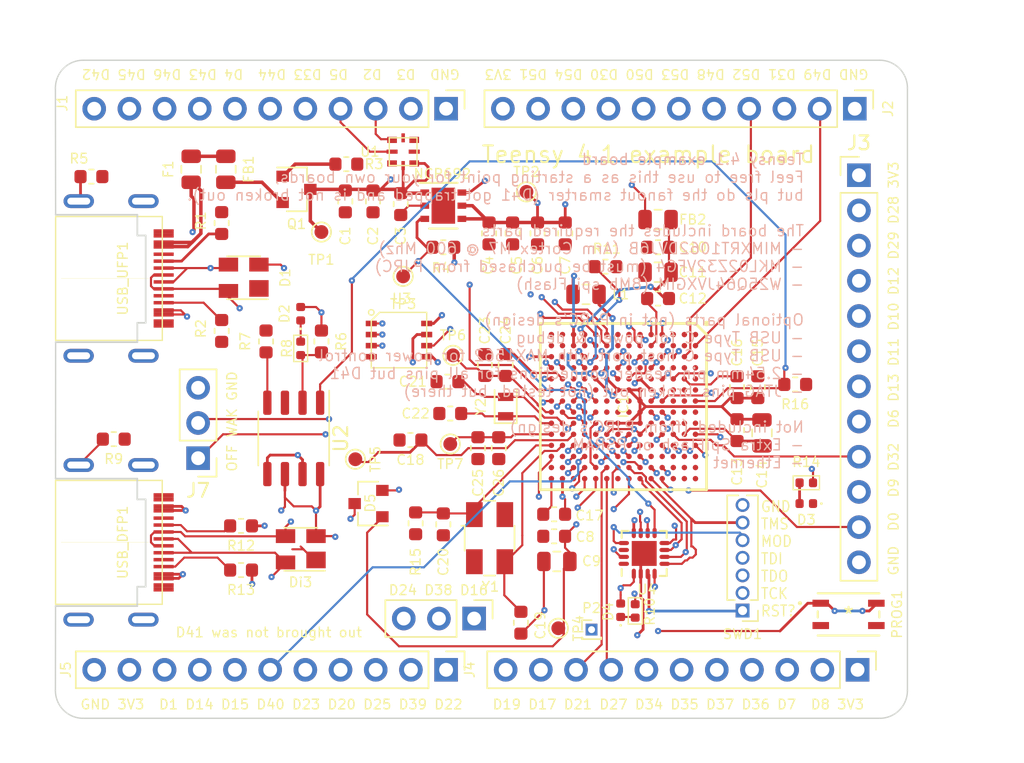
<source format=kicad_pcb>
(kicad_pcb (version 20221018) (generator pcbnew)
  (layers (0 "F.Cu" signal) (1 "In1.Cu" signal) (2 "In2.Cu" signal) (31 "B.Cu" signal) (34 "B.Paste" user) (35 "F.Paste" user) (36 "B.SilkS" user "B.Silkscreen") (37 "F.SilkS" user "F.Silkscreen") (38 "B.Mask" user) (39 "F.Mask" user) (44 "Edge.Cuts" user))
  (net 0 "")
  (net 1 "+5V")
  (net 2 "GND")
  (net 3 "+3V3")
  (net 4 "Net-(C8-Pad1)")
  (net 5 "Net-(C10-Pad1)")
  (net 6 "/SOC_CAP_NET")
  (net 7 "Net-(C18-Pad1)")
  (net 8 "Net-(C19-Pad1)")
  (net 9 "Net-(C20-Pad1)")
  (net 10 "Net-(C21-Pad1)")
  (net 11 "Net-(C22-Pad1)")
  (net 12 "Net-(C23-Pad1)")
  (net 13 "Net-(C25-Pad1)")
  (net 14 "+5VD")
  (net 15 "/USB1_DN")
  (net 16 "/USB1_DP")
  (net 17 "Net-(D2-Pad1)")
  (net 18 "Net-(D3-Pad2)")
  (net 19 "Net-(D4-Pad1)")
  (net 20 "Net-(D5-Pad3)")
  (net 21 "/USB2_DN")
  (net 22 "/USB2_DP")
  (net 23 "Net-(F1-Pad2)")
  (net 24 "Net-(FB1-Pad2)")
  (net 25 "/D49")
  (net 30 "Net-(IC1-PadA7)")
  (net 33 "/D9")
  (net 34 "/D8")
  (net 39 "/D52")
  (net 45 "/D7")
  (net 51 "/D31")
  (net 53 "/D29")
  (net 58 "/D32")
  (net 59 "/D36")
  (net 63 "/D50")
  (net 64 "/D53")
  (net 65 "/D48")
  (net 67 "/D28")
  (net 69 "/D10")
  (net 70 "/D13")
  (net 71 "/D6")
  (net 72 "Net-(IC1-PadD10)")
  (net 73 "/D37")
  (net 75 "/D35")
  (net 76 "/D34")
  (net 77 "/D54")
  (net 79 "/D30")
  (net 81 "/D12")
  (net 82 "/D11")
  (net 86 "/JTAG_TMS")
  (net 87 "/D51")
  (net 88 "/D2")
  (net 89 "Net-(IC1-PadF3)")
  (net 91 "Net-(IC1-PadF11)")
  (net 92 "/JTAG_TCK")
  (net 93 "/JTAG_MOD")
  (net 94 "/JTAG_TDI")
  (net 99 "/D3")
  (net 100 "/DCDC_PSWITCH")
  (net 101 "/D0")
  (net 102 "/D26_A12")
  (net 103 "/JTAG_TDO")
  (net 105 "/D47")
  (net 106 "/D5")
  (net 107 "/D33")
  (net 108 "/D4")
  (net 110 "/D39_A15")
  (net 111 "/D38_A14")
  (net 112 "/D22_A8")
  (net 114 "/D43")
  (net 115 "/D46")
  (net 116 "/D44")
  (net 117 "/D45")
  (net 118 "/D19_A5")
  (net 119 "/D17_A3")
  (net 120 "/D21_A7")
  (net 121 "/D27_A13")
  (net 122 "/D42")
  (net 124 "/PMIC_ON_REQ_PWR_SEQ")
  (net 125 "/D16_A2")
  (net 126 "/D18_A4")
  (net 127 "/D41_A17")
  (net 128 "/D24_A10")
  (net 129 "Net-(IC1-PadL3)")
  (net 130 "Net-(IC1-PadL4)")
  (net 132 "/WAKEUP")
  (net 135 "/D14_A0")
  (net 136 "/D40_A16")
  (net 137 "/D20_A6")
  (net 138 "/D25_A11")
  (net 139 "Net-(IC1-PadM1)")
  (net 143 "/ONOFF")
  (net 144 "/POR_B")
  (net 145 "/D1")
  (net 146 "/D15_A1")
  (net 147 "/D23_A9")
  (net 150 "Net-(IC1-PadN4)")
  (net 155 "Net-(IC1-PadP3)")
  (net 156 "Net-(IC1-PadP4)")
  (net 157 "Net-(IC1-PadP5)")
  (net 159 "Net-(Q1-Pad1)")
  (net 160 "Net-(R1-Pad2)")
  (net 161 "Net-(R2-Pad2)")
  (net 162 "Net-(R5-Pad2)")
  (net 163 "Net-(R6-Pad2)")
  (net 164 "Net-(R7-Pad2)")
  (net 165 "Net-(R9-Pad2)")
  (net 166 "Net-(R10-Pad1)")
  (net 167 "Net-(R12-Pad2)")
  (net 168 "Net-(R13-Pad2)")
  (net 169 "Net-(PROG1-Pad1)")
  (net 178 "+5VL")
  (footprint "Connector_PinHeader_2.54mm:PinHeader_1x03_P2.54mm_Vertical" (layer "F.Cu") (at 63.3 103.225 180)
    (fp_text reference "J7")
    (fp_text value "Conn_01x03_Male")
  )
  (footprint "MIMXRT1062DVJ6B:XSON8_4x4mm" (layer "F.Cu") (at 78 94.5)
    (fp_text reference "U3")
    (fp_text value "W25Q64JVXGIM")
  )
  (footprint "Capacitor_SMD:C_0805_2012Metric" (layer "F.Cu") (at 104 101.4 -90)
    (fp_text reference "C14")
    (fp_text value "10uf")
  )
  (footprint "Crystal:Crystal_SMD_Abracon_ABM3B-4Pin_5.0x3.2mm" (layer "F.Cu") (at 84.34 108.9975 -90)
    (fp_text reference "Y1")
    (fp_text value "Crystal_GND23")
  )
  (footprint "Resistor_SMD:R_0805_2012Metric" (layer "F.Cu") (at 62.8 82.371392 90)
    (fp_text reference "F1")
    (fp_text value "Fuse")
  )
  (footprint "Capacitor_SMD:C_0603_1608Metric" (layer "F.Cu") (at 77.925 84.8825 -90)
    (fp_text reference "C3")
    (fp_text value "2.2uf")
  )
  (footprint "Capacitor_SMD:C_0603_1608Metric" (layer "F.Cu") (at 81.5 100 180)
    (fp_text reference "C22")
    (fp_text value "9pf")
  )
  (footprint "Capacitor_SMD:C_0603_1608Metric" (layer "F.Cu") (at 87.8 87 -90)
    (fp_text reference "C6")
    (fp_text value "4.7uf")
  )
  (footprint "Capacitor_SMD:C_0603_1608Metric" (layer "F.Cu") (at 78.626634 101.914394 180)
    (fp_text reference "C18")
    (fp_text value "0.22uf")
  )
  (footprint "Capacitor_SMD:C_0603_1608Metric" (layer "F.Cu") (at 85.5 96.5 90)
    (fp_text reference "C24")
    (fp_text value "4.7uf")
  )
  (footprint "TestPoint:TestPoint_Pad_D1.0mm" (layer "F.Cu") (at 81.5 102.2 180)
    (fp_text reference "TP7")
    (fp_text value "TestPoint")
  )
  (footprint "Resistor_SMD:R_0402_1005Metric" (layer "F.Cu") (at 107.2 105 180)
    (fp_text reference "R14")
    (fp_text value "1k")
  )
  (footprint "Package_TO_SOT_SMD:SOT-23" (layer "F.Cu") (at 70.4 83.821392)
    (fp_text reference "Q1")
    (fp_text value "Q_PMOS_GDS")
  )
  (footprint "Capacitor_SMD:C_0603_1608Metric" (layer "F.Cu") (at 102.2 101.2 -90)
    (fp_text reference "C13")
    (fp_text value "0.22uf")
  )
  (footprint "Capacitor_SMD:C_0603_1608Metric" (layer "F.Cu") (at 75.925 84.6875 -90)
    (fp_text reference "C2")
    (fp_text value "0.22uf")
  )
  (footprint "Connector_PinHeader_2.54mm:PinHeader_1x12_P2.54mm_Vertical" (layer "F.Cu") (at 111 82.8)
    (fp_text reference "J3")
    (fp_text value "Conn_01x12_Male")
  )
  (footprint "Capacitor_SMD:C_0603_1608Metric" (layer "F.Cu") (at 103.7 98.1 90)
    (fp_text reference "C15")
    (fp_text value "4.7uf")
  )
  (footprint "Resistor_SMD:R_0805_2012Metric" (layer "F.Cu") (at 96.5 86 180)
    (fp_text reference "FB2")
    (fp_text value "Ferrite_Bead")
  )
  (footprint "Package_TO_SOT_SMD:SOT-23" (layer "F.Cu") (at 75.6 106.5 180)
    (fp_text reference "D5")
    (fp_text value "BAT54C")
  )
  (footprint "Crystal:Crystal_SMD_2012-2Pin_2.0x1.2mm" (layer "F.Cu") (at 85.5 99.5 90)
    (fp_text reference "Y2")
    (fp_text value "Crystal")
  )
  (footprint "Capacitor_SMD:C_0603_1608Metric" (layer "F.Cu") (at 89.8 87 -90)
    (fp_text reference "C7")
    (fp_text value "2.2uf")
  )
  (footprint "Capacitor_SMD:C_0603_1608Metric" (layer "F.Cu") (at 96.5 91.7 180)
    (fp_text reference "C12")
    (fp_text value "4.7uf")
  )
  (footprint "Resistor_SMD:R_0603_1608Metric" (layer "F.Cu") (at 68.2025 94.7975 -90)
    (fp_text reference "R7")
    (fp_text value "16k")
  )
  (footprint "Capacitor_SMD:C_0603_1608Metric" (layer "F.Cu") (at 84 96.5 90)
    (fp_text reference "C23")
    (fp_text value "0.22uf")
  )
  (footprint "LED_SMD:LED_0402_1005Metric" (layer "F.Cu") (at 70.7025 92.7975 90)
    (fp_text reference "D2")
    (fp_text value "LED")
  )
  (footprint "Resistor_SMD:R_0603_1608Metric" (layer "F.Cu") (at 92.7 89.4 180)
    (fp_text reference "R11")
    (fp_text value "100k")
  )
  (footprint "Capacitor_SMD:C_0603_1608Metric" (layer "F.Cu") (at 81 108 -90)
    (fp_text reference "C20")
    (fp_text value "10pf")
  )
  (footprint "USB-C-Power-tester:TYPE-C-31-M-14" (layer "F.Cu") (at 55.710182 109.3 -90)
    (fp_text reference "USB_DFP1")
    (fp_text value "USB_C_Receptacle_USB2.0")
    (fp_line (start -4.6 -3.2) (end -4.6 2.7) (stroke (width 0.12)) (layer "Edge.Cuts"))
    (fp_line (start -3.1 -3.8) (end -3.1 -3.2) (stroke (width 0.12)) (layer "Edge.Cuts"))
    (fp_line (start -3.1 -3.2) (end -4.6 -3.2) (stroke (width 0.12)) (layer "Edge.Cuts"))
    (fp_line (start 3.2 -3.8) (end -3.1 -3.8) (stroke (width 0.12)) (layer "Edge.Cuts"))
    (fp_line (start 3.2 -3.2) (end 3.2 -3.8) (stroke (width 0.12)) (layer "Edge.Cuts"))
    (fp_line (start 4.6 -3.2) (end 3.2 -3.2) (stroke (width 0.12)) (layer "Edge.Cuts"))
    (fp_line (start 4.6 2.7) (end 4.6 -3.2) (stroke (width 0.12)) (layer "Edge.Cuts"))
  )
  (footprint "Capacitor_SMD:C_0805_2012Metric" (layer "F.Cu") (at 91.3 91.4)
    (fp_text reference "L1")
    (fp_text value "4.7uH")
  )
  (footprint "Capacitor_SMD:C_0603_1608Metric" (layer "F.Cu") (at 86 87 -90)
    (fp_text reference "C5")
    (fp_text value "10nf")
  )
  (footprint "Capacitor_SMD:C_0603_1608Metric" (layer "F.Cu") (at 89 107.272054 180)
    (fp_text reference "C17")
    (fp_text value "0.22uf")
  )
  (footprint "USB-C-Power-tester:TYPE-C-31-M-14" (layer "F.Cu") (at 55.71481 90.2516 -90)
    (fp_text reference "USB_UFP1")
    (fp_text value "USB_C_Receptacle_USB2.0")
    (fp_line (start -4.6 -3.2) (end -4.6 2.7) (stroke (width 0.12)) (layer "Edge.Cuts"))
    (fp_line (start -3.1 -3.8) (end -3.1 -3.2) (stroke (width 0.12)) (layer "Edge.Cuts"))
    (fp_line (start -3.1 -3.2) (end -4.6 -3.2) (stroke (width 0.12)) (layer "Edge.Cuts"))
    (fp_line (start 3.2 -3.8) (end -3.1 -3.8) (stroke (width 0.12)) (layer "Edge.Cuts"))
    (fp_line (start 3.2 -3.2) (end 3.2 -3.8) (stroke (width 0.12)) (layer "Edge.Cuts"))
    (fp_line (start 4.6 -3.2) (end 3.2 -3.2) (stroke (width 0.12)) (layer "Edge.Cuts"))
    (fp_line (start 4.6 2.7) (end 4.6 -3.2) (stroke (width 0.12)) (layer "Edge.Cuts"))
  )
  (footprint "MIMXRT1062DVJ6B:BGA196C80P14X14_1200X1200X152" (layer "F.Cu") (at 94 99.5 -90)
    (fp_text reference "IC1")
    (fp_text value "MIMXRT1062DVJ6B" hide)
  )
  (footprint "Package_SO:SO-8_3.9x4.9mm_P1.27mm" (layer "F.Cu") (at 70.2025 101.7975 -90)
    (fp_text reference "U2")
    (fp_text value "MAX1562")
  )
  (footprint "Connector_PinHeader_2.54mm:PinHeader_1x11_P2.54mm_Vertical" (layer "F.Cu") (at 110.9 118.5 -90)
    (fp_text reference "J4")
    (fp_text value "Conn_01x11_Male")
  )
  (footprint "Capacitor_SMD:C_0603_1608Metric" (layer "F.Cu") (at 84.3 87 -90)
    (fp_text reference "C4")
    (fp_text value "0.22uf")
  )
  (footprint "Resistor_SMD:R_0603_1608Metric" (layer "F.Cu") (at 55.6 82.9 180)
    (fp_text reference "R5")
    (fp_text value "1M")
  )
  (footprint "Resistor_SMD:R_0603_1608Metric" (layer "F.Cu") (at 66.400182 111.3 180)
    (fp_text reference "R13")
    (fp_text value "56k")
  )
  (footprint "Capacitor_SMD:C_0603_1608Metric" (layer "F.Cu") (at 96.5 88 180)
    (fp_text reference "C10")
    (fp_text value "0.22uf")
  )
  (footprint "Resistor_SMD:R_0603_1608Metric" (layer "F.Cu") (at 57.210182 101.85 180)
    (fp_text reference "R9")
    (fp_text value "1M")
  )
  (footprint "Resistor_SMD:R_0603_1608Metric" (layer "F.Cu") (at 106.4 97.9 180)
    (fp_text reference "R16")
    (fp_text value "100k")
  )
  (footprint "Capacitor_SMD:C_0603_1608Metric" (layer "F.Cu") (at 83.5 102.5 -90)
    (fp_text reference "C25")
    (fp_text value "0.22uf")
  )
  (footprint "Package_TO_SOT_SMD:SOT-143" (layer "F.Cu") (at 70.710182 109.8 180)
    (fp_text reference "Di3")
    (fp_text value "SP0503BAHT")
  )
  (footprint "Capacitor_SMD:C_0603_1608Metric" (layer "F.Cu") (at 102.2 98.1 90)
    (fp_text reference "C16")
    (fp_text value "10nf")
  )
  (footprint "Connector_PinHeader_1.00mm:PinHeader_1x01_P1.00mm_Vertical" (layer "F.Cu") (at 91.7 115.6)
    (fp_text reference "P2")
    (fp_text value "D26")
  )
  (footprint "Resistor_SMD:R_0603_1608Metric" (layer "F.Cu") (at 65 86.2516 -90)
    (fp_text reference "R1")
    (fp_text value "5.1k")
  )
  (footprint "TestPoint:TestPoint_Pad_D1.0mm" (layer "F.Cu") (at 74.65 103.3 -90)
    (fp_text reference "TP5")
    (fp_text value "TestPoint")
  )
  (footprint "Package_DFN_QFN:QFN-16-1EP_3x3mm_P0.5mm_EP1.8x1.8mm" (layer "F.Cu") (at 95.5 110.1 90)
    (fp_text reference "U4")
    (fp_text value "MKL02Z32VFG4")
  )
  (footprint "Connector_PinHeader_2.54mm:PinHeader_1x03_P2.54mm_Vertical" (layer "F.Cu") (at 83.225 114.8 -90)
    (fp_text reference "J6" hide)
    (fp_text value "Conn_01x03_Male")
  )
  (footprint "TestPoint:TestPoint_Pad_D1.0mm" (layer "F.Cu") (at 87 84)
    (fp_text reference "TP2")
    (fp_text value "TestPoint")
  )
  (footprint "LED_SMD:LED_0402_1005Metric" (layer "F.Cu") (at 107.2 106.5 180)
    (fp_text reference "D3")
    (fp_text value "LED")
  )
  (footprint "Capacitor_SMD:C_0805_2012Metric" (layer "F.Cu") (at 89.194525 110.678131 180)
    (fp_text reference "C9")
    (fp_text value "10uf")
  )
  (footprint "Capacitor_SMD:C_0603_1608Metric" (layer "F.Cu") (at 81.3 97.7 180)
    (fp_text reference "C21")
    (fp_text value "9pf")
  )
  (footprint "Capacitor_SMD:C_0603_1608Metric" (layer "F.Cu") (at 86.6 115.1 -90)
    (fp_text reference "C19")
    (fp_text value "10pf")
  )
  (footprint "Package_DFN_QFN:DFN-6-1EP_3x3mm_P0.95mm_EP1.7x2.6mm" (layer "F.Cu") (at 81 85)
    (fp_text reference "NCP692")
    (fp_text value "OnSemi NCP692, fixed version")
  )
  (footprint "TestPoint:TestPoint_Pad_D1.0mm" (layer "F.Cu") (at 78.1 90.1)
    (fp_text reference "TP3")
    (fp_text value "TestPoint")
  )
  (footprint "Resistor_SMD:R_0603_1608Metric" (layer "F.Cu") (at 72.2025 94.7975 -90)
    (fp_text reference "R6")
    (fp_text value "16k")
  )
  (footprint "Capacitor_SMD:C_0805_2012Metric" (layer "F.Cu") (at 96.5 89.8 180)
    (fp_text reference "C11")
    (fp_text value "10uf")
  )
  (footprint "TestPoint:TestPoint_Pad_D1.0mm" (layer "F.Cu") (at 72.2 86.9)
    (fp_text reference "TP1")
    (fp_text value "TestPoint")
  )
  (footprint "Capacitor_SMD:C_0603_1608Metric" (layer "F.Cu") (at 73.925 84.6875 -90)
    (fp_text reference "C1")
    (fp_text value "0.22uf")
  )
  (footprint "USB-C-Power-tester:APA102-2020" (layer "F.Cu") (at 78.1 81.1 180)
    (fp_text reference "U1")
    (fp_text value "opto_APA102-2020")
  )
  (footprint "Capacitor_SMD:C_0603_1608Metric" (layer "F.Cu") (at 85 102.5 -90)
    (fp_text reference "C26")
    (fp_text value "4.7uf")
  )
  (footprint "Resistor_SMD:R_0603_1608Metric" (layer "F.Cu") (at 74 82 180)
    (fp_text reference "R3")
    (fp_text value "100k")
  )
  (footprint "Resistor_SMD:R_0402_1005Metric" (layer "F.Cu") (at 94.85 114.25 -90)
    (fp_text reference "R10")
    (fp_text value "1k")
  )
  (footprint "Connector_PinHeader_2.54mm:PinHeader_1x11_P2.54mm_Vertical" (layer "F.Cu") (at 81.2 118.5 -90)
    (fp_text reference "J5")
    (fp_text value "Conn_01x11_Male")
  )
  (footprint "Resistor_SMD:R_0603_1608Metric" (layer "F.Cu") (at 65 94.0391 90)
    (fp_text reference "R2")
    (fp_text value "5.1k")
  )
  (footprint "Resistor_SMD:R_0603_1608Metric" (layer "F.Cu") (at 79 107.925 90)
    (fp_text reference "R15")
    (fp_text value "2.2M")
  )
  (footprint "Connector_PinHeader_1.27mm:PinHeader_1x07_P1.27mm_Vertical" (layer "F.Cu") (at 102.601167 114.225 180)
    (fp_text reference "SWD1")
    (fp_text value "SWD")
  )
  (footprint "Package_TO_SOT_SMD:SOT-143" (layer "F.Cu") (at 66.588814 90.2016 180)
    (fp_text reference "D1")
    (fp_text value "SP0503BAHT")
  )
  (footprint "Resistor_SMD:R_0402_1005Metric" (layer "F.Cu") (at 70.7025 95.2975 -90)
    (fp_text reference "R8")
    (fp_text value "1k")
  )
  (footprint "TestPoint:TestPoint_Pad_D1.0mm" (layer "F.Cu") (at 81.7 95.8)
    (fp_text reference "TP6")
    (fp_text value "TestPoint")
  )
  (footprint "Resistor_SMD:R_0805_2012Metric" (layer "F.Cu") (at 65.3 82.371392 -90)
    (fp_text reference "FB1")
    (fp_text value "Ferrite_Bead")
  )
  (footprint "Connector_PinHeader_2.54mm:PinHeader_1x11_P2.54mm_Vertical" (layer "F.Cu") (at 81.2 78 -90)
    (fp_text reference "J1")
    (fp_text value "Conn_01x11_Male")
  )
  (footprint "Connector_PinHeader_2.54mm:PinHeader_1x11_P2.54mm_Vertical" (layer "F.Cu") (at 110.7 78 -90)
    (fp_text reference "J2")
    (fp_text value "Conn_01x11_Male")
  )
  (footprint "TestPoint:TestPoint_Pad_D1.0mm" (layer "F.Cu") (at 89.3 115.5 -90)
    (fp_text reference "TP4")
    (fp_text value "TestPoint")
  )
  (footprint "LED_SMD:LED_0402_1005Metric" (layer "F.Cu") (at 93.8 114.2 90)
    (fp_text reference "D4")
    (fp_text value "LED")
  )
  (footprint "ToyTronics:KMR241GLFS" (layer "F.Cu") (at 110.25 114.5)
    (fp_text reference "PROG1")
    (fp_text value "SW_Push" hide)
  )
  (footprint "Resistor_SMD:R_0603_1608Metric" (layer "F.Cu") (at 66.400182 108.11 180)
    (fp_text reference "R12")
    (fp_text value "56k")
  )
  (footprint "Resistor_SMD:R_0603_1608Metric" (layer "F.Cu") (at 81 88)
    (fp_text reference "R4")
    (fp_text value "100k")
  )
  (footprint "Capacitor_SMD:C_0603_1608Metric" (layer "F.Cu") (at 88.999695 108.862547 180)
    (fp_text reference "C8")
    (fp_text value "0.22uf")
  )
  (gr_arc (start 53 76.5) (mid 53.585786 75.085787) (end 54.999999 74.5) (stroke (width 0.1)) (layer "Edge.Cuts"))
  (gr_arc (start 114.5 120) (mid 113.914214 121.414214) (end 112.5 122) (stroke (width 0.1)) (layer "Edge.Cuts"))
  (gr_arc (start 112.5 74.5) (mid 113.914214 75.085786) (end 114.5 76.5) (stroke (width 0.1)) (layer "Edge.Cuts"))
  (gr_line (start 53.010182 104.7) (end 53.01481 94.8516) (stroke (width 0.1)) (layer "Edge.Cuts"))
  (gr_line (start 114.5 76.5) (end 114.5 120) (stroke (width 0.1)) (layer "Edge.Cuts"))
  (gr_line (start 53.010182 113.9) (end 53 120) (stroke (width 0.1)) (layer "Edge.Cuts"))
  (gr_line (start 112.5 122) (end 55 122) (stroke (width 0.1)) (layer "Edge.Cuts"))
  (gr_arc (start 55 122) (mid 53.585786 121.414214) (end 53 120) (stroke (width 0.1)) (layer "Edge.Cuts"))
  (gr_line (start 53.01481 85.6516) (end 53 76.5) (stroke (width 0.1)) (layer "Edge.Cuts"))
  (gr_line (start 54.999999 74.5) (end 112.5 74.5) (stroke (width 0.1)) (layer "Edge.Cuts"))
  (gr_text "Teensy 4.1 example board\nFeel free to use this as a starting point for your own boards,\nbut pls do the fanout smarter (D41 got trapped and is not broken out).\n\nThe board includes the required parts\n- MIMXRT1062DVJ6B (Arm Cortex M7 @ 600 Mhz)\n- MKL02Z32VFG4 (must be purchased from PJRC)\n- W25Q64JVXGIM (8Mb spi Flash)\n\nOptional parts (not in PJRC's design)\n- USB Type C for power & debug\n- USB Type C host port with MAX1562 for power control\n- 2.54mm pin header connections for all pins but D41\n- JTAG pins broken out (not tested, but there)\n\nNot included (from PJRC's design)\n- Extra SpiFlash or PSRAM\n- Ethernet" (at 107.1 92.6) (layer "B.SilkS") (effects (font (size 0.8 0.8) (thickness 0.1)) (justify left mirror)))
  (gr_text "D24 D38 D16" (at 77 112.75) (layer "F.SilkS") (effects (font (size 0.7 0.7) (thickness 0.1)) (justify left)))
  (gr_text "GND  D3  D2  D5 D33 D44  D4 D43 D46 D45 D42" (at 82.25 75.5 180) (layer "F.SilkS") (effects (font (size 0.7 0.7) (thickness 0.1)) (justify left)))
  (gr_text "OFF WAK GND" (at 65.75 104.25 90) (layer "F.SilkS") (effects (font (size 0.7 0.7) (thickness 0.1)) (justify left)))
  (gr_text "D19 D17 D21 D27 D34 D35 D37 D36 D7  D8 3V3" (at 84.5 121) (layer "F.SilkS") (effects (font (size 0.7 0.7) (thickness 0.1)) (justify left)))
  (gr_text "GND D49 D31 D52 D48 D53 D50 D30 D54 D51 3V3" (at 111.75 75.5 180) (layer "F.SilkS") (effects (font (size 0.7 0.7) (thickness 0.1)) (justify left)))
  (gr_text "Teensy 4.1 example board" (at 95.8 81.3) (layer "F.SilkS") (effects (font (size 1.2 1.2))))
  (gr_text "GND 3V3  D1 D14 D15 D40 D23 D20 D25 D39 D22" (at 54.75 121) (layer "F.SilkS") (effects (font (size 0.7 0.7) (thickness 0.1)) (justify left)))
  (gr_text "D41 was not brought out" (at 68.4 115.8) (layer "F.SilkS") (effects (font (size 0.7 0.7) (thickness 0.1))))
  (gr_text "GND\nTMS\nMOD\nTDI\nTDO\nTCK\nRST?" (at 103.865673 110.484226) (layer "F.SilkS") (effects (font (size 0.78 0.7) (thickness 0.1)) (justify left)))
  (gr_text "GND  D0  D9 D32  D6 D13 D11 D10 D12 D29 D28 3V3" (at 113.5 111.75 90) (layer "F.SilkS") (effects (font (size 0.7 0.7) (thickness 0.1)) (justify left)))
  (segment (start 83.3 96.5) (end 82.9 96.1) (width 0.155) (layer "F.Cu") (net 1))
  (segment (start 79.7 83.2) (end 78.9 83.2) (width 0.2) (layer "F.Cu") (net 1))
  (segment (start 82.88826 84.05) (end 82.34 84.05) (width 0.2) (layer "F.Cu") (net 1))
  (segment (start 82.9 90.9) (end 82.9 90.7) (width 0.155) (layer "F.Cu") (net 1))
  (segment (start 87.8245 98.3) (end 86.6 97.0755) (width 0.155) (layer "F.Cu") (net 1))
  (segment (start 78.1 84) (end 78.1 82.1) (width 0.2) (layer "F.Cu") (net 1))
  (segment (start 86 96.5) (end 83.3 96.5) (width 0.155) (layer "F.Cu") (net 1))
  (segment (start 77.621392 83.821392) (end 77.9 84.1) (width 0.25) (layer "F.Cu") (net 1))
  (segment (start 71.4 83.821392) (end 77.621392 83.821392) (width 0.25) (layer "F.Cu") (net 1))
  (segment (start 86.5755 97.0755) (end 86 96.5) (width 0.155) (layer "F.Cu") (net 1))
  (segment (start 76.4 83.9) (end 77.2 83.1) (width 0.2) (layer "F.Cu") (net 1))
  (segment (start 71.4 83.821392) (end 71.4 86.1) (width 0.25) (layer "F.Cu") (net 1))
  (segment (start 78.9 83.2) (end 78.1 84) (width 0.2) (layer "F.Cu") (net 1))
  (segment (start 77.925 84.095) (end 79.695 84.095) (width 0.25) (layer "F.Cu") (net 1))
  (segment (start 89.6 98.3) (end 88.8 98.3) (width 0.155) (layer "F.Cu") (net 1))
  (segment (start 79.9 83) (end 79.7 83.2) (width 0.2) (layer "F.Cu") (net 1))
  (segment (start 84 83.2) (end 82.88826 84.05) (width 0.2) (layer "F.Cu") (net 1))
  (segment (start 75.925 83.9) (end 76.4 83.9) (width 0.2) (layer "F.Cu") (net 1))
  (segment (start 71.4 86.1) (end 72.2 86.9) (width 0.25) (layer "F.Cu") (net 1))
  (segment (start 88.8 98.3) (end 87.8245 98.3) (width 0.155) (layer "F.Cu") (net 1))
  (segment (start 82.9 96.1) (end 82.9 90.9) (width 0.155) (layer "F.Cu") (net 1))
  (segment (start 78.9 81.95) (end 79.65 81.95) (width 0.2) (layer "F.Cu") (net 1))
  (segment (start 86.6 97.0755) (end 86.5755 97.0755) (width 0.155) (layer "F.Cu") (net 1))
  (segment (start 79.65 81.95) (end 79.9 82.2) (width 0.2) (layer "F.Cu") (net 1))
  (segment (start 79.9 82.2) (end 79.9 83) (width 0.2) (layer "F.Cu") (net 1))
  (via (at 77.2 83.1) (size 0.45) (drill 0.15) (layers "F.Cu" "B.Cu") (net 1))
  (via (at 84 83.2) (size 0.45) (drill 0.15) (layers "F.Cu" "B.Cu") (net 1))
  (via (at 82.9 90.7) (size 0.45) (drill 0.15) (layers "F.Cu" "B.Cu") (net 1))
  (segment (start 88.8 106.7) (end 88.8 104.7) (width 0.155) (layer "F.Cu") (net 2))
  (segment (start 79.66 85) (end 78.5 85) (width 0.155) (layer "F.Cu") (net 2))
  (segment (start 89.6 97.5) (end 89.174011 97.074011) (width 0.155) (layer "F.Cu") (net 2))
  (segment (start 90.825989 100.325989) (end 90.8 100.3) (width 0.155) (layer "F.Cu") (net 2))
  (segment (start 90.825989 100.325989) (end 91.2 100.7) (width 0.155) (layer "F.Cu") (net 2))
  (segment (start 92 95.1) (end 91.6 94.7) (width 0.2) (layer "F.Cu") (net 2))
  (segment (start 71.67 110.57) (end 70.9 109.8) (width 0.15) (layer "F.Cu") (net 2))
  (segment (start 96.374011 94.725989) (end 96.374011 92.674011) (width 0.155) (layer "F.Cu") (net 2))
  (segment (start 98.8 97.9) (end 100.3 97.9) (width 0.155) (layer "F.Cu") (net 2))
  (segment (start 95.25 110.35) (end 95.4 110.2) (width 0.2) (layer "F.Cu") (net 2))
  (segment (start 95.41952 115.58048) (end 95 116) (width 0.2) (layer "F.Cu") (net 2))
  (segment (start 101.303489 101.103489) (end 102.2 102) (width 0.155) (layer "F.Cu") (net 2))
  (segment (start 70.9 109.8) (end 70.8 109.7) (width 0.15) (layer "F.Cu") (net 2))
  (segment (start 70.9 109.8) (end 70.1 109.8) (width 0.15) (layer "F.Cu") (net 2))
  (segment (start 87.474011 97.074011) (end 86.1 95.7) (width 0.155) (layer "F.Cu") (net 2))
  (segment (start 88.257025 114.157025) (end 88.3 114.2) (width 0.155) (layer "F.Cu") (net 2))
  (segment (start 89.6 99.9) (end 90.025989 100.325989) (width 0.155) (layer "F.Cu") (net 2))
  (segment (start 90.025989 100.325989) (end 90.825989 100.325989) (width 0.155) (layer "F.Cu") (net 2))
  (segment (start 89.174011 97.074011) (end 87.474011 97.074011) (width 0.155) (layer "F.Cu") (net 2))
  (segment (start 88.2125 107.272054) (end 88.227946 107.272054) (width 0.155) (layer "F.Cu") (net 2))
  (segment (start 98.4 97.5) (end 98.8 97.9) (width 0.155) (layer "F.Cu") (net 2))
  (segment (start 88.257025 110.678131) (end 88.257025 114.157025) (width 0.155) (layer "F.Cu") (net 2))
  (segment (start 98.4 101.5) (end 98.796511 101.103489) (width 0.155) (layer "F.Cu") (net 2))
  (segment (start 70.8 109.7) (end 70.7 109.6) (width 0.15) (layer "F.Cu") (net 2))
  (segment (start 96 95.1) (end 96.374011 94.725989) (width 0.155) (layer "F.Cu") (net 2))
  (segment (start 95.25 111.575) (end 95.25 113.279442) (width 0.2) (layer "F.Cu") (net 2))
  (segment (start 91.6 94.7) (end 91.598 94.7) (width 0.2) (layer "F.Cu") (net 2))
  (segment (start 78.5 85) (end 77.9 85.6) (width 0.155) (layer "F.Cu") (net 2))
  (segment (start 95.25 113.279442) (end 95.41952 113.448962) (width 0.2) (layer "F.Cu") (net 2))
  (segment (start 92 103.9) (end 91.625989 103.525989) (width 0.155) (layer "F.Cu") (net 2))
  (segment (start 100.8875 97.3125) (end 100.3 97.9) (width 0.155) (layer "F.Cu") (net 2))
  (segment (start 95.41952 113.448962) (end 95.41952 115.58048) (width 0.2) (layer "F.Cu") (net 2))
  (segment (start 91.625989 103.525989) (end 91.625989 101.074011) (width 0.155) (layer "F.Cu") (net 2))
  (segment (start 95.25 111.575) (end 95.25 110.35) (width 0.2) (layer "F.Cu") (net 2))
  (segment (start 86.6 115.8875) (end 86.6125 115.8875) (width 0.155) (layer "F.Cu") (net 2))
  (segment (start 71.810182 110.57) (end 71.67 110.57) (width 0.15) (layer "F.Cu") (net 2))
  (segment (start 98.796511 101.103489) (end 101.303489 101.103489) (width 0.155) (layer "F.Cu") (net 2))
  (segment (start 91.625989 101.074011) (end 92 100.7) (width 0.155) (layer "F.Cu") (net 2))
  (segment (start 103.5875 101.9875) (end 104 102.4) (width 0.2) (layer "F.Cu") (net 2))
  (segment (start 86.1 95.7) (end 85.5 95.7) (width 0.155) (layer "F.Cu") (net 2))
  (segment (start 94.382026 105.817974) (end 93.3 106.9) (width 0.155) (layer "F.Cu") (net 2))
  (segment (start 102.2 101.9875) (end 103.5875 101.9875) (width 0.2) (layer "F.Cu") (net 2))
  (segment (start 102.2 97.3125) (end 100.8875 97.3125) (width 0.155) (layer "F.Cu") (net 2))
  (segment (start 94.4 105.817974) (end 94.382026 105.817974) (width 0.155) (layer "F.Cu") (net 2))
  (segment (start 96.374011 92.674011) (end 95.7 92) (width 0.155) (layer "F.Cu") (net 2))
  (segment (start 94.4 104.7) (end 94.4 105.817974) (width 0.155) (layer "F.Cu") (net 2))
  (segment (start 88.227946 107.272054) (end 88.8 106.7) (width 0.155) (layer "F.Cu") (net 2))
  (segment (start 86.6125 115.8875) (end 88.3 114.2) (width 0.155) (layer "F.Cu") (net 2))
  (segment (start 96 103.9) (end 96.4 104.3) (width 0.2) (layer "F.Cu") (net 2))
  (via (at 90.8 100.3) (size 0.45) (drill 0.15) (layers "F.Cu" "B.Cu") (net 2))
  (via (at 96.4 104.3) (size 0.45) (drill 0.15) (layers "F.Cu" "B.Cu") (net 2))
  (via (at 95 116) (size 0.45) (drill 0.15) (layers "F.Cu" "B.Cu") (net 2))
  (via (at 91.598 94.7) (size 0.45) (drill 0.15) (layers "F.Cu" "B.Cu") (net 2))
  (via (at 93.3 106.9) (size 0.45) (drill 0.15) (layers "F.Cu" "B.Cu") (net 2))
  (via (at 88.3 114.2) (size 0.45) (drill 0.15) (layers "F.Cu" "B.Cu") (net 2))
  (segment (start 86 86.2125) (end 84.3125 86.2125) (width 0.25) (layer "F.Cu") (net 3))
  (segment (start 89.8 86.2125) (end 89.8 84.9) (width 0.2) (layer "F.Cu") (net 3))
  (segment (start 84.3125 86.2125) (end 84 85.9) (width 0.2) (layer "F.Cu") (net 3))
  (segment (start 94 112.4) (end 94.5 112.4) (width 0.155) (layer "F.Cu") (net 3))
  (segment (start 81.7875 88) (end 81.7875 89.0875) (width 0.25) (layer "F.Cu") (net 3))
  (segment (start 95.2 101.5) (end 96 100.7) (width 0.155) (layer "F.Cu") (net 3))
  (segment (start 95.5625 84.4625) (end 94.6 83.5) (width 0.155) (layer "F.Cu") (net 3))
  (segment (start 87.7875 86.2125) (end 89.7875 86.2125) (width 0.25) (layer "F.Cu") (net 3))
  (segment (start 94.5 112.4) (end 94.75 112.15) (width 0.155) (layer "F.Cu") (net 3))
  (segment (start 95.2 101.5) (end 94.8245 101.1245) (width 0.155) (layer "F.Cu") (net 3))
  (segment (start 89.6 104.7) (end 89.6 106) (width 0.2) (layer "F.Cu") (net 3))
  (segment (start 76.6 105.55) (end 77.75 105.55) (width 0.155) (layer "F.Cu") (net 3))
  (segment (start 87.9 106) (end 87.9 104.271067) (width 0.155) (layer "F.Cu") (net 3))
  (segment (start 84.05 85.95) (end 83.1 85) (width 0.25) (layer "F.Cu") (net 3))
  (segment (start 95.2 97.5) (end 95.130104 97.5) (width 0.2) (layer "F.Cu") (net 3))
  (segment (start 93.8 112.6) (end 94 112.4) (width 0.155) (layer "F.Cu") (net 3))
  (segment (start 93.8 113.1) (end 93.8 112.6) (width 0.155) (layer "F.Cu") (net 3))
  (segment (start 88.8 103.371067) (end 88.8 103.1) (width 0.155) (layer "F.Cu") (net 3))
  (segment (start 84.3 86.2125) (end 84.3 86.2) (width 0.2) (layer "F.Cu") (net 3))
  (segment (start 87.9 104.271067) (end 88.8 103.371067) (width 0.155) (layer "F.Cu") (net 3))
  (segment (start 81.7875 89.0875) (end 81.8 89.1) (width 0.25) (layer "F.Cu") (net 3))
  (segment (start 87.8 86.2125) (end 87.8 84.8) (width 0.2) (layer "F.Cu") (net 3))
  (segment (start 94.75 112.15) (end 94.75 111.575) (width 0.155) (layer "F.Cu") (net 3))
  (segment (start 92 96.7) (end 91.6 97.1) (width 0.2) (layer "F.Cu") (net 3))
  (segment (start 84.3 86.2) (end 84.05 85.95) (width 0.2) (layer "F.Cu") (net 3))
  (segment (start 80.3 93.5) (end 80.9 92.9) (width 0.2) (layer "F.Cu") (net 3))
  (segment (start 89.7875 106.1875) (end 89.6 106) (width 0.155) (layer "F.Cu") (net 3))
  (segment (start 93.1755 101.1245) (end 94.762669 101.1245) (width 0.155) (layer "F.Cu") (net 3))
  (segment (start 96 98.3) (end 95.2 97.5) (width 0.2) (layer "F.Cu") (net 3))
  (segment (start 83.1 85) (end 82.3 85) (width 0.25) (layer "F.Cu") (net 3))
  (segment (start 92 97.5) (end 92.8 98.3) (width 0.2) (layer "F.Cu") (net 3))
  (segment (start 95.5625 86) (end 95.5625 84.4625) (width 0.155) (layer "F.Cu") (net 3))
  (segment (start 94.8245 101.1245) (end 94.762669 101.1245) (width 0.155) (layer "F.Cu") (net 3))
  (segment (start 89.7875 107.272054) (end 89.7875 106.1875) (width 0.155) (layer "F.Cu") (net 3))
  (segment (start 95.130104 97.5) (end 94.817202 97.812902) (width 0.2) (layer "F.Cu") (net 3))
  (segment (start 82.34 85.95) (end 84.05 85.95) (width 0.25) (layer "F.Cu") (net 3))
  (segment (start 93.8 113.715) (end 93.8 113.1) (width 0.155) (layer "F.Cu") (net 3))
  (segment (start 86 86.2125) (end 87.7875 86.2125) (width 0.25) (layer "F.Cu") (net 3))
  (segment (start 79.8 93.5) (end 80.3 93.5) (width 0.2) (layer "F.Cu") (net 3))
  (segment (start 92.8 101.5) (end 93.1755 101.1245) (width 0.155) (layer "F.Cu") (net 3))
  (segment (start 77.75 105.55) (end 77.8 105.5) (width 0.155) (layer "F.Cu") (net 3))
  (segment (start 87.8 84.8) (end 87 84) (width 0.2) (layer "F.Cu") (net 3))
  (segment (start 92 97.5) (end 91.6 97.1) (width 0.2) (layer "F.Cu") (net 3))
  (segment (start 91.6 97.1) (end 91.598 97.1) (width 0.2) (layer "F.Cu") (net 3))
  (via (at 94.6 83.5) (size 0.45) (drill 0.15) (layers "F.Cu" "B.Cu") (net 3))
  (via (at 77.8 105.5) (size 0.45) (drill 0.15) (layers "F.Cu" "B.Cu") (net 3))
  (via (at 94.762669 101.1245) (size 0.45) (drill 0.15) (layers "F.Cu" "B.Cu") (net 3))
  (via (at 87.9 106) (size 0.45) (drill 0.15) (layers "F.Cu" "B.Cu") (net 3))
  (via (at 81.8 89.1) (size 0.45) (drill 0.15) (layers "F.Cu" "B.Cu") (net 3))
  (via (at 87.8 84.8) (size 0.45) (drill 0.15) (layers "F.Cu" "B.Cu") (net 3))
  (via (at 94.817202 97.812902) (size 0.45) (drill 0.15) (layers "F.Cu" "B.Cu") (net 3))
  (via (at 89.6 106) (size 0.45) (drill 0.15) (layers "F.Cu" "B.Cu") (net 3))
  (via (at 91.598 97.1) (size 0.45) (drill 0.15) (layers "F.Cu" "B.Cu") (net 3))
  (via (at 80.9 92.9) (size 0.45) (drill 0.15) (layers "F.Cu" "B.Cu") (net 3))
  (via (at 89.8 84.9) (size 0.45) (drill 0.15) (layers "F.Cu" "B.Cu") (net 3))
  (via (at 93.8 112.6) (size 0.45) (drill 0.15) (layers "F.Cu" "B.Cu") (net 3))
  (segment (start 91.598 97.1) (end 90.600336 97.1) (width 0.2) (layer "B.Cu") (net 3))
  (segment (start 90.600336 97.1) (end 90 96.499664) (width 0.2) (layer "B.Cu") (net 3))
  (segment (start 90 96.499664) (end 90 95.7) (width 0.2) (layer "B.Cu") (net 3))
  (segment (start 75.5 114.5) (end 75.5 108.6) (width 0.155) (layer "F.Cu") (net 4))
  (segment (start 89.787195 108.862547) (end 89.787195 108.812805) (width 0.155) (layer "F.Cu") (net 4))
  (segment (start 89.7 116) (end 89.7 111.2) (width 0.155) (layer "F.Cu") (net 4))
  (segment (start 89.787195 108.862547) (end 89.787195 109.687195) (width 0.155) (layer "F.Cu") (net 4))
  (segment (start 89.7 116) (end 89.7 115.9) (width 0.155) (layer "F.Cu") (net 4))
  (segment (start 89.7 116) (end 88.9 116.8) (width 0.155) (layer "F.Cu") (net 4))
  (segment (start 88.9 116.8) (end 77.8 116.8) (width 0.155) (layer "F.Cu") (net 4))
  (segment (start 89.787195 108.812805) (end 90.6 108) (width 0.155) (layer "F.Cu") (net 4))
  (segment (start 91.604001 100.295999) (end 91.604001 100.3) (width 0.155) (layer "F.Cu") (net 4))
  (segment (start 89.7 111.2) (end 90.1 110.8) (width 0.155) (layer "F.Cu") (net 4))
  (segment (start 75.5 108.6) (end 76.6 107.5) (width 0.155) (layer "F.Cu") (net 4))
  (segment (start 89.7 115.9) (end 89.3 115.5) (width 0.155) (layer "F.Cu") (net 4))
  (segment (start 77.8 116.8) (end 75.5 114.5) (width 0.155) (layer "F.Cu") (net 4))
  (segment (start 89.787195 109.687195) (end 90.132025 110.032025) (width 0.155) (layer "F.Cu") (net 4))
  (segment (start 92 99.9) (end 91.604001 100.295999) (width 0.155) (layer "F.Cu") (net 4))
  (segment (start 90.132025 110.032025) (end 90.132025 110.678131) (width 0.155) (layer "F.Cu") (net 4))
  (via (at 91.604001 100.3) (size 0.45) (drill 0.15) (layers "F.Cu" "B.Cu") (net 4))
  (via (at 90.6 108) (size 0.45) (drill 0.15) (layers "F.Cu" "B.Cu") (net 4))
  (segment (start 91.2 95.1) (end 91.173499 95.073499) (width 0.2) (layer "F.Cu") (net 5))
  (segment (start 96.371757 91.065743) (end 97.4375 90) (width 0.2) (layer "F.Cu") (net 5))
  (segment (start 91.173499 94.326501) (end 91.2 94.3) (width 0.2) (layer "F.Cu") (net 5))
  (segment (start 97.2875 88) (end 97.2875 86.1125) (width 0.155) (layer "F.Cu") (net 5))
  (segment (start 97.2875 88) (end 97.2875 89.8875) (width 0.155) (layer "F.Cu") (net 5))
  (segment (start 91.2 94.2) (end 90.9 93.9) (width 0.2) (layer "F.Cu") (net 5))
  (segment (start 91.173499 95.073499) (end 91.173499 94.326501) (width 0.2) (layer "F.Cu") (net 5))
  (segment (start 97.2875 86.1125) (end 97.4 86) (width 0.155) (layer "F.Cu") (net 5))
  (segment (start 96.353243 91.065743) (end 97.2875 92) (width 0.2) (layer "F.Cu") (net 5))
  (segment (start 95.966525 90.854346) (end 96.353243 91.065743) (width 0.2) (layer "F.Cu") (net 5))
  (segment (start 91.2 94.3) (end 91.2 94.2) (width 0.2) (layer "F.Cu") (net 5))
  (segment (start 97.2875 89.8875) (end 97.5 90.1) (width 0.155) (layer "F.Cu") (net 5))
  (segment (start 95.966525 90.854346) (end 96.371757 91.065743) (width 0.2) (layer "F.Cu") (net 5))
  (via (at 90.9 93.9) (size 0.45) (drill 0.15) (layers "F.Cu" "B.Cu") (net 5))
  (via (at 95.966525 90.854346) (size 0.45) (drill 0.15) (layers "F.Cu" "B.Cu") (net 5))
  (segment (start 95.966525 90.854346) (end 93.734257 91.065743) (width 0.2) (layer "B.Cu") (net 5))
  (segment (start 93.734257 91.065743) (end 90.9 93.9) (width 0.2) (layer "B.Cu") (net 5))
  (segment (start 95.6 99.5) (end 101.1 99.5) (width 0.2) (layer "F.Cu") (net 6))
  (segment (start 103.6875 98.8875) (end 103.7 98.9) (width 0.2) (layer "F.Cu") (net 6))
  (segment (start 93.6 98.3) (end 94.4 98.3) (width 0.2) (layer "F.Cu") (net 6))
  (segment (start 93.6 98.3) (end 93.224502 98.675498) (width 0.2) (layer "F.Cu") (net 6))
  (segment (start 95.2 99.9) (end 95.6 99.5) (width 0.2) (layer "F.Cu") (net 6))
  (segment (start 94.4 100.7) (end 95.2 99.9) (width 0.2) (layer "F.Cu") (net 6))
  (segment (start 95.2 98.3) (end 95.2 99.1) (width 0.2) (layer "F.Cu") (net 6))
  (segment (start 95.2 99.1) (end 95.2 99.9) (width 0.2) (layer "F.Cu") (net 6))
  (segment (start 93.224502 98.675498) (end 93.224502 98.722463) (width 0.2) (layer "F.Cu") (net 6))
  (segment (start 101.1 99.5) (end 101.7 98.9) (width 0.2) (layer "F.Cu") (net 6))
  (segment (start 95.2 99.1) (end 94.4 98.3) (width 0.2) (layer "F.Cu") (net 6))
  (segment (start 92.2375 91.4) (end 92.2375 92.142879) (width 0.2) (layer "F.Cu") (net 6))
  (segment (start 94.4 100.7) (end 93.6 100.7) (width 0.2) (layer "F.Cu") (net 6))
  (segment (start 95.2 100.7) (end 94.4 100.7) (width 0.2) (layer "F.Cu") (net 6))
  (segment (start 102.2 100.4125) (end 102.0125 100.4125) (width 0.2) (layer "F.Cu") (net 6))
  (segment (start 92.8 97.5) (end 93.6 98.3) (width 0.2) (layer "F.Cu") (net 6))
  (segment (start 102.0125 100.4125) (end 101.1 99.5) (width 0.2) (layer "F.Cu") (net 6))
  (segment (start 102.2 98.8875) (end 103.6875 98.8875) (width 0.2) (layer "F.Cu") (net 6))
  (segment (start 95.2 99.9) (end 95.2 100.7) (width 0.2) (layer "F.Cu") (net 6))
  (segment (start 93.6 100.7) (end 92.8 100.7) (width 0.2) (layer "F.Cu") (net 6))
  (segment (start 95.2 99.1) (end 95.6 99.5) (width 0.2) (layer "F.Cu") (net 6))
  (segment (start 92.2375 92.142879) (end 93.216449 93.121828) (width 0.2) (layer "F.Cu") (net 6))
  (segment (start 94.4 98.3) (end 95.2 98.3) (width 0.2) (layer "F.Cu") (net 6))
  (segment (start 102.2 100.4125) (end 103.9875 100.4125) (width 0.2) (layer "F.Cu") (net 6))
  (segment (start 101.7 98.9) (end 102.2 98.9) (width 0.2) (layer "F.Cu") (net 6))
  (via (at 93.216449 93.121828) (size 0.45) (drill 0.15) (layers "F.Cu" "B.Cu") (net 6))
  (via (at 93.224502 98.722463) (size 0.45) (drill 0.15) (layers "F.Cu" "B.Cu") (net 6))
  (segment (start 93.216449 95.303559) (end 93.216449 93.121828) (width 0.2) (layer "B.Cu") (net 6))
  (segment (start 92.826501 96.924165) (end 92.775499 96.873163) (width 0.2) (layer "B.Cu") (net 6))
  (segment (start 92.775499 98.27346) (end 92.775499 97.326837) (width 0.2) (layer "B.Cu") (net 6))
  (segment (start 92.775499 97.326837) (end 92.826501 97.275835) (width 0.2) (layer "B.Cu") (net 6))
  (segment (start 93.224502 98.722463) (end 92.775499 98.27346) (width 0.2) (layer "B.Cu") (net 6))
  (segment (start 92.775499 95.744509) (end 93.216449 95.303559) (width 0.2) (layer "B.Cu") (net 6))
  (segment (start 92.775499 96.873163) (end 92.775499 95.744509) (width 0.2) (layer "B.Cu") (net 6))
  (segment (start 92.826501 97.275835) (end 92.826501 96.924165) (width 0.2) (layer "B.Cu") (net 6))
  (segment (start 76.3 102.8) (end 78.6 102.8) (width 0.2) (layer "F.Cu") (net 7))
  (segment (start 90.4 101.5) (end 89.974011 101.925989) (width 0.155) (layer "F.Cu") (net 7))
  (segment (start 86.174011 101.925989) (end 85.6 102.5) (width 0.155) (layer "F.Cu") (net 7))
  (segment (start 74.5 103.5) (end 75.6 103.5) (width 0.155) (layer "F.Cu") (net 7))
  (segment (start 78.6 102.8) (end 79.4 102) (width 0.2) (layer "F.Cu") (net 7))
  (segment (start 82.8 102.5) (end 82.3 103) (width 0.155) (layer "F.Cu") (net 7))
  (segment (start 79.4 102) (end 79.4 101.9) (width 0.2) (layer "F.Cu") (net 7))
  (segment (start 80.5 103) (end 79.4 101.9) (width 0.155) (layer "F.Cu") (net 7))
  (segment (start 82.3 103) (end 80.5 103) (width 0.155) (layer "F.Cu") (net 7))
  (segment (start 75.6 103.5) (end 76.3 102.8) (width 0.155) (layer "F.Cu") (net 7))
  (segment (start 89.974011 101.925989) (end 86.174011 101.925989) (width 0.155) (layer "F.Cu") (net 7))
  (segment (start 85.6 102.5) (end 82.8 102.5) (width 0.155) (layer "F.Cu") (net 7))
  (segment (start 89.2 102.7) (end 88.3 102.7) (width 0.15) (layer "F.Cu") (net 8))
  (segment (start 88.3 102.7) (end 87.3 103.7) (width 0.15) (layer "F.Cu") (net 8))
  (segment (start 87.3 103.7) (end 86.7 104.3) (width 0.15) (layer "F.Cu") (net 8))
  (segment (start 86.7 109.5) (end 85.5 110.7) (width 0.15) (layer "F.Cu") (net 8))
  (segment (start 86.7 104.3) (end 86.7 108.8) (width 0.15) (layer "F.Cu") (net 8))
  (segment (start 89.3 102.6) (end 89.2 102.7) (width 0.15) (layer "F.Cu") (net 8))
  (segment (start 86.7 108.8) (end 86.7 109.5) (width 0.15) (layer "F.Cu") (net 8))
  (segment (start 86.6 114.3125) (end 85.4 113.1125) (width 0.155) (layer "F.Cu") (net 8))
  (segment (start 89.6 102.3) (end 89.3 102.6) (width 0.15) (layer "F.Cu") (net 8))
  (segment (start 85.4 113.1125) (end 85.4 110.7) (width 0.155) (layer "F.Cu") (net 8))
  (segment (start 81 107.2125) (end 83.2875 107.2125) (width 0.15) (layer "F.Cu") (net 9))
  (segment (start 83.198084 106.801916) (end 83.198084 107.280648) (width 0.15) (layer "F.Cu") (net 9))
  (segment (start 88.8 102.3) (end 87.7 102.3) (width 0.15) (layer "F.Cu") (net 9))
  (segment (start 79 107.1375) (end 81.0375 107.1375) (width 0.15) (layer "F.Cu") (net 9))
  (segment (start 87.7 102.3) (end 83.198084 106.801916) (width 0.15) (layer "F.Cu") (net 9))
  (segment (start 88.3 100.3) (end 86.8 98.8) (width 0.155) (layer "F.Cu") (net 10))
  (segment (start 82.0875 97.7) (end 82.5 97.7) (width 0.155) (layer "F.Cu") (net 10))
  (segment (start 86.8 98.8) (end 85.5 98.8) (width 0.155) (layer "F.Cu") (net 10))
  (segment (start 82.5 97.7) (end 83.4 98.6) (width 0.155) (layer "F.Cu") (net 10))
  (segment (start 89.2 100.3) (end 88.3 100.3) (width 0.155) (layer "F.Cu") (net 10))
  (segment (start 89.6 100.7) (end 89.2 100.3) (width 0.155) (layer "F.Cu") (net 10))
  (segment (start 83.8 98.6) (end 84 98.8) (width 0.155) (layer "F.Cu") (net 10))
  (segment (start 84 98.8) (end 85.5 98.8) (width 0.155) (layer "F.Cu") (net 10))
  (segment (start 83.4 98.6) (end 83.8 98.6) (width 0.155) (layer "F.Cu") (net 10))
  (segment (start 85.5 100.2) (end 84 100.2) (width 0.155) (layer "F.Cu") (net 11))
  (segment (start 85.5 100.2) (end 87.6 100.2) (width 0.155) (layer "F.Cu") (net 11))
  (segment (start 83.8 100) (end 84 100.2) (width 0.155) (layer "F.Cu") (net 11))
  (segment (start 88.8 100.7) (end 88.1 100.7) (width 0.155) (layer "F.Cu") (net 11))
  (segment (start 88.1 100.7) (end 87.6 100.2) (width 0.155) (layer "F.Cu") (net 11))
  (segment (start 82.2875 100) (end 83.8 100) (width 0.155) (layer "F.Cu") (net 11))
  (segment (start 88.104001 99.604001) (end 88.033485 99.604001) (width 0.155) (layer "F.Cu") (net 12))
  (segment (start 84.0125 97.2875) (end 84 97.3) (width 0.155) (layer "F.Cu") (net 12))
  (segment (start 88.033485 99.604001) (end 87.797999 99.368515) (width 0.155) (layer "F.Cu") (net 12))
  (segment (start 87.797999 99.297999) (end 85.8 97.3) (width 0.155) (layer "F.Cu") (net 12))
  (segment (start 85.5 97.2875) (end 84.0125 97.2875) (width 0.155) (layer "F.Cu") (net 12))
  (segment (start 85.8 97.3) (end 85.5 97.3) (width 0.155) (layer "F.Cu") (net 12))
  (segment (start 87.797999 99.368515) (end 87.797999 99.297999) (width 0.155) (layer "F.Cu") (net 12))
  (segment (start 83.467011 96.754511) (end 82.654511 96.754511) (width 0.155) (layer "F.Cu") (net 12))
  (segment (start 88.8 99.9) (end 88.4 99.9) (width 0.155) (layer "F.Cu") (net 12))
  (segment (start 88.4 99.9) (end 88.104001 99.604001) (width 0.155) (layer "F.Cu") (net 12))
  (segment (start 82.654511 96.754511) (end 81.7 95.8) (width 0.155) (layer "F.Cu") (net 12))
  (segment (start 84 97.2875) (end 83.467011 96.754511) (width 0.155) (layer "F.Cu") (net 12))
  (segment (start 85 101.7125) (end 83.5125 101.7125) (width 0.155) (layer "F.Cu") (net 13))
  (segment (start 83.5125 101.7125) (end 83.5 101.7) (width 0.155) (layer "F.Cu") (net 13))
  (segment (start 86.1 101.5) (end 88.8 101.5) (width 0.155) (layer "F.Cu") (net 13))
  (segment (start 81.9875 101.7125) (end 81.5 102.2) (width 0.155) (layer "F.Cu") (net 13))
  (segment (start 83.5 101.7125) (end 81.9875 101.7125) (width 0.155) (layer "F.Cu") (net 13))
  (segment (start 85.8875 101.7125) (end 86.1 101.5) (width 0.155) (layer "F.Cu") (net 13))
  (segment (start 85 101.7125) (end 85.8875 101.7125) (width 0.155) (layer "F.Cu") (net 13))
  (segment (start 69.2516 89.2516) (end 69.5 89.5) (width 0.155) (layer "F.Cu") (net 14))
  (segment (start 68.2975 103.2025) (end 68.5 103) (width 0.2) (layer "F.Cu") (net 14))
  (segment (start 70.7025 92.3125) (end 71.8125 92.3125) (width 0.155) (layer "F.Cu") (net 14))
  (segment (start 60.81481 92.5516) (end 62.0516 92.5516) (width 0.155) (layer "F.Cu") (net 14))
  (segment (start 60.81481 87.6516) (end 62.8484 87.6516) (width 0.25) (layer "F.Cu") (net 14))
  (segment (start 62.3516 92.8516) (end 62.5 93) (width 0.155) (layer "F.Cu") (net 14))
  (segment (start 63.5 87) (end 63.5 83.9) (width 0.25) (layer "F.Cu") (net 14))
  (segment (start 62.5484 87.9516) (end 63 87.5) (width 0.25) (layer "F.Cu") (net 14))
  (segment (start 63 84.5) (end 63 86.8) (width 0.25) (layer "F.Cu") (net 14))
  (segment (start 62.8484 87.6516) (end 63 87.5) (width 0.25) (layer "F.Cu") (net 14))
  (segment (start 72.2025 94.01) (end 72.2025 92.7025) (width 0.155) (layer "F.Cu") (net 14))
  (segment (start 62.8 84.3) (end 63 84.5) (width 0.25) (layer "F.Cu") (net 14))
  (segment (start 70.8375 103.3375) (end 70.5 103) (width 0.2) (layer "F.Cu") (net 14))
  (segment (start 68.5 103) (end 70.5 103) (width 0.2) (layer "F.Cu") (net 14))
  (segment (start 68.2975 104.3725) (end 68.2975 103.2025) (width 0.2) (layer "F.Cu") (net 14))
  (segment (start 63 86.8) (end 62.9 86.9) (width 0.25) (layer "F.Cu") (net 14))
  (segment (start 60.81481 92.8516) (end 62.3516 92.8516) (width 0.155) (layer "F.Cu") (net 14))
  (segment (start 62.0516 92.5516) (end 62.5 93) (width 0.155) (layer "F.Cu") (net 14))
  (segment (start 71.8125 92.3125) (end 72.2025 92.7025) (width 0.155) (layer "F.Cu") (net 14))
  (segment (start 63.5 83.9) (end 62.9 83.3) (width 0.25) (layer "F.Cu") (net 14))
  (segment (start 60.81481 87.9516) (end 62.5484 87.9516) (width 0.25) (layer "F.Cu") (net 14))
  (segment (start 62.8 83.308892) (end 62.8 84.3) (width 0.25) (layer "F.Cu") (net 14))
  (segment (start 70.8375 104.3725) (end 70.8375 103.3375) (width 0.2) (layer "F.Cu") (net 14))
  (segment (start 67.688814 89.2516) (end 69.2516 89.2516) (width 0.155) (layer "F.Cu") (net 14))
  (segment (start 63 87.5) (end 63.5 87) (width 0.25) (layer "F.Cu") (net 14))
  (via (at 72.2025 92.7025) (size 0.45) (drill 0.15) (layers "F.Cu" "B.Cu") (net 14))
  (via (at 62.9 86.9) (size 0.45) (drill 0.15) (layers "F.Cu" "B.Cu") (net 14))
  (via (at 62.5 93) (size 0.45) (drill 0.15) (layers "F.Cu" "B.Cu") (net 14))
  (via (at 70.5 103) (size 0.45) (drill 0.15) (layers "F.Cu" "B.Cu") (net 14))
  (via (at 69.5 89.5) (size 0.45) (drill 0.15) (layers "F.Cu" "B.Cu") (net 14))
  (segment (start 62.5016 89.5016) (end 64.1984 89.5016) (width 0.155) (layer "F.Cu") (net 15))
  (segment (start 65.2984 89.5016) (end 65.5 89.3) (width 0.155) (layer "F.Cu") (net 15))
  (segment (start 90.4 99.9) (end 90 99.5) (width 0.155) (layer "F.Cu") (net 15))
  (segment (start 64.1984 89.5016) (end 65.2984 89.5016) (width 0.155) (layer "F.Cu") (net 15))
  (segment (start 60.81481 89.5016) (end 62.5016 89.5016) (width 0.155) (layer "F.Cu") (net 15))
  (segment (start 61.518832 90.5016) (end 62.5016 89.518832) (width 0.155) (layer "F.Cu") (net 15))
  (segment (start 60.81481 90.5016) (end 61.518832 90.5016) (width 0.155) (layer "F.Cu") (net 15))
  (segment (start 62.5016 89.518832) (end 62.5016 89.5016) (width 0.155) (layer "F.Cu") (net 15))
  (via (at 64.1984 89.5016) (size 0.45) (drill 0.15) (layers "F.Cu" "B.Cu") (net 15))
  (via (at 90 99.5) (size 0.45) (drill 0.15) (layers "F.Cu" "B.Cu") (net 15))
  (segment (start 59.9 90.8) (end 59.9 90.2) (width 0.155) (layer "F.Cu") (net 16))
  (segment (start 60.81481 91.0016) (end 60.1016 91.0016) (width 0.155) (layer "F.Cu") (net 16))
  (segment (start 60.81481 90.0016) (end 60.0984 90.0016) (width 0.155) (layer "F.Cu") (net 16))
  (segment (start 65.488814 91.1516) (end 65.488814 91.588814) (width 0.155) (layer "F.Cu") (net 16))
  (segment (start 65.488814 91.588814) (end 66.3 92.4) (width 0.155) (layer "F.Cu") (net 16))
  (segment (start 91.2 99.9) (end 90.8 99.5) (width 0.155) (layer "F.Cu") (net 16))
  (segment (start 60.81481 91.0016) (end 65.2016 91.0016) (width 0.155) (layer "F.Cu") (net 16))
  (segment (start 60.0984 90.0016) (end 59.9 90.2) (width 0.155) (layer "F.Cu") (net 16))
  (segment (start 65.2016 91.0016) (end 65.4 91.2) (width 0.155) (layer "F.Cu") (net 16))
  (segment (start 60.1016 91.0016) (end 59.9 90.8) (width 0.155) (layer "F.Cu") (net 16))
  (via (at 90.8 99.5) (size 0.45) (drill 0.15) (layers "F.Cu" "B.Cu") (net 16))
  (via (at 66.3 92.4) (size 0.45) (drill 0.15) (layers "F.Cu" "B.Cu") (net 16))
  (segment (start 70.7025 94.8125) (end 70.7025 93.3025) (width 0.15) (layer "F.Cu") (net 17))
  (segment (start 70.7025 93.3025) (end 70.7 93.3) (width 0.15) (layer "F.Cu") (net 17))
  (segment (start 106.715 106.5) (end 106.715 105.085) (width 0.2) (layer "F.Cu") (net 18))
  (segment (start 106.715 105.085) (end 106.8 105) (width 0.2) (layer "F.Cu") (net 18))
  (segment (start 93.8 114.685) (end 94.785 114.685) (width 0.155) (layer "F.Cu") (net 19))
  (segment (start 94.785 114.685) (end 94.8 114.7) (width 0.155) (layer "F.Cu") (net 19))
  (segment (start 74.6 107.3) (end 74.3 107.6) (width 0.155) (layer "F.Cu") (net 20))
  (segment (start 90.4 100.7) (end 90 101.1) (width 0.155) (layer "F.Cu") (net 20))
  (segment (start 74.6 106.5) (end 74.6 107.3) (width 0.155) (layer "F.Cu") (net 20))
  (via (at 74.3 107.6) (size 0.45) (drill 0.15) (layers "F.Cu" "B.Cu") (net 20))
  (via (at 90 101.1) (size 0.45) (drill 0.15) (layers "F.Cu" "B.Cu") (net 20))
  (segment (start 60.15 109.55) (end 59.9 109.3) (width 0.155) (layer "F.Cu") (net 21))
  (segment (start 69.610182 108.85) (end 69.610182 108.189818) (width 0.155) (layer "F.Cu") (net 21))
  (segment (start 62.05 108.55) (end 62.36202 108.86202) (width 0.155) (layer "F.Cu") (net 21))
  (segment (start 60.810182 109.55) (end 60.15 109.55) (width 0.155) (layer "F.Cu") (net 21))
  (segment (start 59.9 108.8) (end 59.9 109.3) (width 0.155) (layer "F.Cu") (net 21))
  (segment (start 69.598162 108.86202) (end 69.610182 108.85) (width 0.155) (layer "F.Cu") (net 21))
  (segment (start 60.15 108.55) (end 59.9 108.8) (width 0.155) (layer "F.Cu") (net 21))
  (segment (start 62.36202 108.86202) (end 69.598162 108.86202) (width 0.155) (layer "F.Cu") (net 21))
  (segment (start 60.810182 108.55) (end 60.15 108.55) (width 0.155) (layer "F.Cu") (net 21))
  (segment (start 60.810182 108.55) (end 62.05 108.55) (width 0.155) (layer "F.Cu") (net 21))
  (segment (start 89.6 99.1) (end 89.2 99.5) (width 0.155) (layer "F.Cu") (net 21))
  (segment (start 69.610182 108.189818) (end 70 107.8) (width 0.155) (layer "F.Cu") (net 21))
  (via (at 70 107.8) (size 0.45) (drill 0.15) (layers "F.Cu" "B.Cu") (net 21))
  (via (at 89.2 99.5) (size 0.45) (drill 0.15) (layers "F.Cu" "B.Cu") (net 21))
  (segment (start 60.810182 109.05) (end 61.65 109.05) (width 0.155) (layer "F.Cu") (net 22))
  (segment (start 61.85 109.05) (end 62.8 110) (width 0.155) (layer "F.Cu") (net 22))
  (segment (start 88.302 99.1) (end 88.2 99.202) (width 0.155) (layer "F.Cu") (net 22))
  (segment (start 68.6 111.8) (end 69.6 110.8) (width 0.155) (layer "F.Cu") (net 22))
  (segment (start 61.65 109.05) (end 61.85 109.05) (width 0.155) (layer "F.Cu") (net 22))
  (segment (start 69.6 110.8) (end 68.85 110.05) (width 0.155) (layer "F.Cu") (net 22))
  (segment (start 68.85 110.05) (end 60.810182 110.05) (width 0.155) (layer "F.Cu") (net 22))
  (segment (start 88.8 99.1) (end 88.302 99.1) (width 0.155) (layer "F.Cu") (net 22))
  (via (at 88.2 99.202) (size 0.45) (drill 0.15) (layers "F.Cu" "B.Cu") (net 22))
  (via (at 68.6 111.8) (size 0.45) (drill 0.15) (layers "F.Cu" "B.Cu") (net 22))
  (segment (start 65.266108 81.433892) (end 65.3 81.4) (width 0.25) (layer "F.Cu") (net 23))
  (segment (start 62.8 81.433892) (end 65.266108 81.433892) (width 0.25) (layer "F.Cu") (net 23))
  (segment (start 67.908892 83.308892) (end 69.4 84.8) (width 0.25) (layer "F.Cu") (net 24))
  (segment (start 65.3 83.308892) (end 67.908892 83.308892) (width 0.25) (layer "F.Cu") (net 24))
  (segment (start 99.2 95.1) (end 108.2 86.1) (width 0.155) (layer "F.Cu") (net 25))
  (segment (start 108.2 86.1) (end 108.2 78.1) (width 0.155) (layer "F.Cu") (net 25))
  (segment (start 105.6125 96.7875) (end 105.7 96.7) (width 0.155) (layer "F.Cu") (net 30))
  (segment (start 72.1075 99.2225) (end 72.1075 98.0725) (width 0.15) (layer "F.Cu") (net 30))
  (segment (start 72.1075 97.8925) (end 72.1075 98.0725) (width 0.155) (layer "F.Cu") (net 30))
  (segment (start 100.6 99.1) (end 101.52702 98.17298) (width 0.155) (layer "F.Cu") (net 30))
  (segment (start 74.4 90.4) (end 74.4 95.6) (width 0.155) (layer "F.Cu") (net 30))
  (segment (start 99.2 99.1) (end 100.6 99.1) (width 0.155) (layer "F.Cu") (net 30))
  (segment (start 74.4 95.6) (end 72.1075 97.8925) (width 0.155) (layer "F.Cu") (net 30))
  (segment (start 105.6125 97.9) (end 105.6125 96.7875) (width 0.155) (layer "F.Cu") (net 30))
  (segment (start 105.32702 98.17298) (end 105.6 97.9) (width 0.155) (layer "F.Cu") (net 30))
  (segment (start 101.52702 98.17298) (end 105.32702 98.17298) (width 0.155) (layer "F.Cu") (net 30))
  (via (at 105.7 96.7) (size 0.45) (drill 0.15) (layers "F.Cu" "B.Cu") (net 30))
  (via (at 74.4 90.4) (size 0.45) (drill 0.15) (layers "F.Cu" "B.Cu") (net 30))
  (segment (start 82.9 81.8) (end 74.4 90.3) (width 0.155) (layer "B.Cu") (net 30))
  (segment (start 100.4 81.8) (end 82.9 81.8) (width 0.155) (layer "B.Cu") (net 30))
  (segment (start 105.7 96.7) (end 105.7 87.1) (width 0.155) (layer "B.Cu") (net 30))
  (segment (start 74.4 90.3) (end 74.4 90.4) (width 0.155) (layer "B.Cu") (net 30))
  (segment (start 105.7 87.1) (end 100.4 81.8) (width 0.155) (layer "B.Cu") (net 30))
  (segment (start 100.8 101.5) (end 101 101.7) (width 0.155) (layer "F.Cu") (net 33))
  (segment (start 99.2 101.5) (end 100.8 101.5) (width 0.155) (layer "F.Cu") (net 33))
  (via (at 101 101.7) (size 0.45) (drill 0.15) (layers "F.Cu" "B.Cu") (net 33))
  (segment (start 99.2 102.3) (end 99.9 103) (width 0.155) (layer "F.Cu") (net 34))
  (via (at 99.9 103) (size 0.45) (drill 0.15) (layers "F.Cu" "B.Cu") (net 34))
  (segment (start 98.825989 95.474011) (end 98.825989 93.133943) (width 0.155) (layer "F.Cu") (net 39))
  (segment (start 103.2 88.759932) (end 103.2 78) (width 0.155) (layer "F.Cu") (net 39))
  (segment (start 98.825989 93.133943) (end 103.2 88.759932) (width 0.155) (layer "F.Cu") (net 39))
  (segment (start 98.4 95.9) (end 98.825989 95.474011) (width 0.155) (layer "F.Cu") (net 39))
  (segment (start 98.8 102.7) (end 98.4 102.3) (width 0.155) (layer "F.Cu") (net 45))
  (via (at 98.8 102.7) (size 0.45) (drill 0.15) (layers "F.Cu" "B.Cu") (net 45))
  (segment (start 97.6 95.9) (end 98 95.5) (width 0.155) (layer "F.Cu") (net 51))
  (via (at 98 95.5) (size 0.45) (drill 0.15) (layers "F.Cu" "B.Cu") (net 51))
  (segment (start 98 97.1) (end 100.3 97.1) (width 0.155) (layer "F.Cu") (net 53))
  (segment (start 97.6 97.5) (end 98 97.1) (width 0.155) (layer "F.Cu") (net 53))
  (via (at 100.3 97.1) (size 0.45) (drill 0.15) (layers "F.Cu" "B.Cu") (net 53))
  (segment (start 97.6 101.5) (end 98.003489 101.903489) (width 0.155) (layer "F.Cu") (net 58))
  (segment (start 98.003489 101.903489) (end 100.303489 101.903489) (width 0.155) (layer "F.Cu") (net 58))
  (segment (start 102 103.1) (end 111 103.1) (width 0.155) (layer "F.Cu") (net 58))
  (segment (start 100.7 102.3) (end 101.2 102.3) (width 0.155) (layer "F.Cu") (net 58))
  (segment (start 101.2 102.3) (end 102 103.1) (width 0.155) (layer "F.Cu") (net 58))
  (segment (start 100.303489 101.903489) (end 100.7 102.3) (width 0.155) (layer "F.Cu") (net 58))
  (segment (start 97.6 102.3) (end 98 102.7) (width 0.155) (layer "F.Cu") (net 59))
  (via (at 98 102.7) (size 0.45) (drill 0.15) (layers "F.Cu" "B.Cu") (net 59))
  (segment (start 96.8 93.477845) (end 96.802 93.475845) (width 0.155) (layer "F.Cu") (net 63))
  (segment (start 96.8 94.3) (end 96.8 93.477845) (width 0.155) (layer "F.Cu") (net 63))
  (via (at 96.802 93.475845) (size 0.45) (drill 0.15) (layers "F.Cu" "B.Cu") (net 63))
  (segment (start 96.8 95.1) (end 97.2 94.7) (width 0.155) (layer "F.Cu") (net 64))
  (via (at 97.2 94.7) (size 0.45) (drill 0.15) (layers "F.Cu" "B.Cu") (net 64))
  (segment (start 96.8 95.9) (end 97.2 95.5) (width 0.155) (layer "F.Cu") (net 65))
  (via (at 97.2 95.5) (size 0.45) (drill 0.15) (layers "F.Cu" "B.Cu") (net 65))
  (segment (start 96.8 97.5) (end 97.2 97.1) (width 0.155) (layer "F.Cu") (net 67))
  (via (at 97.2 97.1) (size 0.45) (drill 0.15) (layers "F.Cu" "B.Cu") (net 67))
  (segment (start 100.357587 98.503901) (end 99.896099 98.503901) (width 0.15) (layer "F.Cu") (net 69))
  (segment (start 97.2 98.7) (end 99.7 98.7) (width 0.155) (layer "F.Cu") (net 69))
  (segment (start 96.8 99.1) (end 97.2 98.7) (width 0.155) (layer "F.Cu") (net 69))
  (segment (start 99.896099 98.503901) (end 99.7 98.7) (width 0.15) (layer "F.Cu") (net 69))
  (via (at 100.357587 98.503901) (size 0.45) (drill 0.15) (layers "F.Cu" "B.Cu") (net 69))
  (segment (start 96.8 99.9) (end 97.2 100.3) (width 0.155) (layer "F.Cu") (net 70))
  (segment (start 107.685 104.085) (end 107.6 104) (width 0.155) (layer "F.Cu") (net 70))
  (segment (start 107.685 105) (end 107.685 104.085) (width 0.155) (layer "F.Cu") (net 70))
  (via (at 107.6 104) (size 0.45) (drill 0.15) (layers "F.Cu" "B.Cu") (net 70))
  (via (at 97.2 100.3) (size 0.45) (drill 0.15) (layers "F.Cu" "B.Cu") (net 70))
  (segment (start 96.8 100.7) (end 97.2 101.1) (width 0.155) (layer "F.Cu") (net 71))
  (via (at 97.2 101.1) (size 0.45) (drill 0.15) (layers "F.Cu" "B.Cu") (net 71))
  (segment (start 94.75 108.625) (end 94.75 107.75) (width 0.2) (layer "F.Cu") (net 72))
  (segment (start 94.75 107.75) (end 94.8 107.7) (width 0.2) (layer "F.Cu") (net 72))
  (segment (start 96.8 101.5) (end 96.4 101.9) (width 0.155) (layer "F.Cu") (net 72))
  (via (at 96.4 101.9) (size 0.45) (drill 0.15) (layers "F.Cu" "B.Cu") (net 72))
  (via (at 94.8 107.7) (size 0.45) (drill 0.15) (layers "F.Cu" "B.Cu") (net 72))
  (segment (start 97.2 102.7) (end 96.8 102.3) (width 0.155) (layer "F.Cu") (net 73))
  (via (at 97.2 102.7) (size 0.45) (drill 0.15) (layers "F.Cu" "B.Cu") (net 73))
  (segment (start 96.8 103.9) (end 97.2 104.3) (width 0.155) (layer "F.Cu") (net 75))
  (via (at 97.2 104.3) (size 0.45) (drill 0.15) (layers "F.Cu" "B.Cu") (net 75))
  (segment (start 96.8 104.9) (end 97.4 105.5) (width 0.155) (layer "F.Cu") (net 76))
  (segment (start 96.8 104.7) (end 96.8 104.9) (width 0.155) (layer "F.Cu") (net 76))
  (via (at 97.4 105.5) (size 0.45) (drill 0.15) (layers "F.Cu" "B.Cu") (net 76))
  (segment (start 96 94.3) (end 96 93.6) (width 0.155) (layer "F.Cu") (net 77))
  (segment (start 96 93.6) (end 95.9 93.5) (width 0.155) (layer "F.Cu") (net 77))
  (via (at 95.9 93.5) (size 0.45) (drill 0.15) (layers "F.Cu" "B.Cu") (net 77))
  (segment (start 96 96.7) (end 96.4 96.3) (width 0.155) (layer "F.Cu") (net 79))
  (via (at 96.4 96.3) (size 0.45) (drill 0.15) (layers "F.Cu" "B.Cu") (net 79))
  (segment (start 96 99.1) (end 96.4 98.7) (width 0.155) (layer "F.Cu") (net 81))
  (via (at 96.4 98.7) (size 0.45) (drill 0.15) (layers "F.Cu" "B.Cu") (net 81))
  (segment (start 96 99.9) (end 96.4 100.3) (width 0.155) (layer "F.Cu") (net 82))
  (via (at 96.4 100.3) (size 0.45) (drill 0.15) (layers "F.Cu" "B.Cu") (net 82))
  (segment (start 98.902001 109.597999) (end 98.991015 109.597999) (width 0.155) (layer "F.Cu") (net 86))
  (segment (start 99.226501 109.833485) (end 99.226501 110.166515) (width 0.155) (layer "F.Cu") (net 86))
  (segment (start 98.902001 107.602001) (end 98.902001 109.597999) (width 0.155) (layer "F.Cu") (net 86))
  (segment (start 98.579921 110.604511) (end 98.464005 110.604511) (width 0.155) (layer "F.Cu") (net 86))
  (segment (start 98.991015 110.402001) (end 98.782431 110.402001) (width 0.155) (layer "F.Cu") (net 86))
  (segment (start 99.226501 110.166515) (end 98.991015 110.402001) (width 0.155) (layer "F.Cu") (net 86))
  (segment (start 98.218516 110.85) (end 96.975 110.85) (width 0.155) (layer "F.Cu") (net 86))
  (segment (start 103 107.875) (end 99.175 107.875) (width 0.2) (layer "F.Cu") (net 86))
  (segment (start 98.991015 109.597999) (end 99.226501 109.833485) (width 0.155) (layer "F.Cu") (net 86))
  (segment (start 96 104.7) (end 98.902001 107.602001) (width 0.155) (layer "F.Cu") (net 86))
  (segment (start 98.464005 110.604511) (end 98.218516 110.85) (width 0.155) (layer "F.Cu") (net 86))
  (segment (start 98.782431 110.402001) (end 98.579921 110.604511) (width 0.155) (layer "F.Cu") (net 86))
  (segment (start 99.175 107.875) (end 98.902001 107.602001) (width 0.2) (layer "F.Cu") (net 86))
  (segment (start 95.2 94.3) (end 95.6 94.7) (width 0.155) (layer "F.Cu") (net 87))
  (via (at 95.6 94.7) (size 0.45) (drill 0.15) (layers "F.Cu" "B.Cu") (net 87))
  (segment (start 76.5 80.2) (end 77.3 80.2) (width 0.155) (layer "F.Cu") (net 88))
  (segment (start 94.8 94.7) (end 94.8 94) (width 0.155) (layer "F.Cu") (net 88))
  (segment (start 94.500167 93.700167) (end 94.399833 93.700167) (width 0.155) (layer "F.Cu") (net 88))
  (segment (start 94.8 94) (end 94.500167 93.700167) (width 0.155) (layer "F.Cu") (net 88))
  (segment (start 76.12 79.82) (end 76.5 80.2) (width 0.155) (layer "F.Cu") (net 88))
  (segment (start 76.12 78) (end 76.12 79.82) (width 0.155) (layer "F.Cu") (net 88))
  (segment (start 95.2 95.1) (end 94.8 94.7) (width 0.155) (layer "F.Cu") (net 88))
  (via (at 94.399833 93.700167) (size 0.45) (drill 0.15) (layers "F.Cu" "B.Cu") (net 88))
  (segment (start 95.2 95.9) (end 94.8 96.3) (width 0.155) (layer "F.Cu") (net 89))
  (segment (start 94.025 110.35) (end 93.805705 110.35) (width 0.155) (layer "F.Cu") (net 89))
  (segment (start 93.805705 110.35) (end 93.3 109.844295) (width 0.155) (layer "F.Cu") (net 89))
  (segment (start 93.3 109.844295) (end 93.3 109.8) (width 0.155) (layer "F.Cu") (net 89))
  (via (at 93.3 109.8) (size 0.45) (drill 0.15) (layers "F.Cu" "B.Cu") (net 89))
  (via (at 94.8 96.3) (size 0.45) (drill 0.15) (layers "F.Cu" "B.Cu") (net 89))
  (segment (start 96.25 111.575) (end 96.25 112.4745) (width 0.155) (layer "F.Cu") (net 91))
  (segment (start 95.2 102.3) (end 94.8 102.7) (width 0.155) (layer "F.Cu") (net 91))
  (segment (start 96.25 112.4745) (end 96.2755 112.5) (width 0.155) (layer "F.Cu") (net 91))
  (via (at 96.2755 112.5) (size 0.45) (drill 0.15) (layers "F.Cu" "B.Cu") (net 91))
  (via (at 94.8 102.7) (size 0.45) (drill 0.15) (layers "F.Cu" "B.Cu") (net 91))
  (segment (start 97.608985 109.097999) (end 97.8 109.097999) (width 0.155) (layer "F.Cu") (net 92))
  (segment (start 97.373499 109.35) (end 97.373499 109.333485) (width 0.155) (layer "F.Cu") (net 92))
  (segment (start 97.373499 109.333485) (end 97.608985 109.097999) (width 0.155) (layer "F.Cu") (net 92))
  (segment (start 96.975 109.35) (end 97.373499 109.35) (width 0.155) (layer "F.Cu") (net 92))
  (segment (start 97.8 108.2) (end 97.7 108.1) (width 0.155) (layer "F.Cu") (net 92))
  (segment (start 95.2 103.1) (end 95.6 103.5) (width 0.155) (layer "F.Cu") (net 92))
  (segment (start 97.8 109.097999) (end 97.8 108.2) (width 0.155) (layer "F.Cu") (net 92))
  (via (at 97.7 108.1) (size 0.45) (drill 0.15) (layers "F.Cu" "B.Cu") (net 92))
  (via (at 95.6 103.5) (size 0.45) (drill 0.15) (layers "F.Cu" "B.Cu") (net 92))
  (segment (start 93.3 109.2) (end 93.3 108.2) (width 0.155) (layer "F.Cu") (net 93))
  (segment (start 95.2 103.9) (end 94.805936 103.505936) (width 0.155) (layer "F.Cu") (net 93))
  (segment (start 93.45 109.35) (end 93.3 109.2) (width 0.155) (layer "F.Cu") (net 93))
  (segment (start 94.025 109.35) (end 93.45 109.35) (width 0.155) (layer "F.Cu") (net 93))
  (segment (start 94.805936 103.505936) (end 94.0005 103.505936) (width 0.155) (layer "F.Cu") (net 93))
  (via (at 93.3 108.2) (size 0.45) (drill 0.15) (layers "F.Cu" "B.Cu") (net 93))
  (via (at 94.0005 103.505936) (size 0.45) (drill 0.15) (layers "F.Cu" "B.Cu") (net 93))
  (segment (start 102.4 108.6) (end 103 109.2) (width 0.155) (layer "B.Cu") (net 93))
  (segment (start 93.7 108.6) (end 102.4 108.6) (width 0.155) (layer "B.Cu") (net 93))
  (segment (start 93.3 108.2) (end 93.7 108.6) (width 0.155) (layer "B.Cu") (net 93))
  (segment (start 95.2 104.7) (end 95.371478 104.871478) (width 0.155) (layer "F.Cu") (net 94))
  (segment (start 98.2 107.9) (end 98.2 109.0755) (width 0.155) (layer "F.Cu") (net 94))
  (segment (start 96.975 109.85) (end 97.4255 109.85) (width 0.155) (layer "F.Cu") (net 94))
  (segment (start 97.4255 109.85) (end 97.7755 109.5) (width 0.155) (layer "F.Cu") (net 94))
  (segment (start 95.371478 105.071478) (end 98.2 107.9) (width 0.155) (layer "F.Cu") (net 94))
  (segment (start 98.2 109.0755) (end 97.7755 109.5) (width 0.155) (layer "F.Cu") (net 94))
  (segment (start 95.371478 104.871478) (end 95.371478 105.071478) (width 0.155) (layer "F.Cu") (net 94))
  (via (at 97.7755 109.5) (size 0.45) (drill 0.15) (layers "F.Cu" "B.Cu") (net 94))
  (segment (start 94.8 97.1) (end 95.5 97.1) (width 0.155) (layer "F.Cu") (net 99))
  (segment (start 95.6 97) (end 95.6 96.3) (width 0.155) (layer "F.Cu") (net 99))
  (segment (start 95.5 97.1) (end 95.6 97) (width 0.155) (layer "F.Cu") (net 99))
  (segment (start 94.4 97.5) (end 94.8 97.1) (width 0.155) (layer "F.Cu") (net 99))
  (via (at 95.6 96.3) (size 0.45) (drill 0.15) (layers "F.Cu" "B.Cu") (net 99))
  (segment (start 93.7 91.2) (end 93.7 91.8) (width 0.155) (layer "F.Cu") (net 100))
  (segment (start 94.4 101.5) (end 94.0245 101.8755) (width 0.2) (layer "F.Cu") (net 100))
  (segment (start 95.75 111.575) (end 95.84402 111.66902) (width 0.2) (layer "F.Cu") (net 100))
  (segment (start 91.9125 89.4) (end 91.9125 89.4125) (width 0.155) (layer "F.Cu") (net 100))
  (segment (start 92 95.9) (end 91.6 96.3) (width 0.2) (layer "F.Cu") (net 100))
  (segment (start 94.0245 101.8755) (end 94.0245 101.9) (width 0.2) (layer "F.Cu") (net 100))
  (segment (start 91.9125 89.4125) (end 93.7 91.2) (width 0.155) (layer "F.Cu") (net 100))
  (segment (start 95.84402 111.66902) (end 95.84402 114.257835) (width 0.2) (layer "F.Cu") (net 100))
  (via (at 91.6 96.3) (size 0.45) (drill 0.15) (layers "F.Cu" "B.Cu") (net 100))
  (via (at 95.84402 114.257835) (size 0.45) (drill 0.15) (layers "F.Cu" "B.Cu") (net 100))
  (via (at 94.01936 101.892426) (size 0.45) (drill 0.15) (layers "F.Cu" "B.Cu") (net 100))
  (via (at 93.7 91.8) (size 0.45) (drill 0.15) (layers "F.Cu" "B.Cu") (net 100))
  (segment (start 92 93.5) (end 93.7 91.8) (width 0.155) (layer "B.Cu") (net 100))
  (segment (start 92 93.9) (end 92 93.5) (width 0.155) (layer "B.Cu") (net 100))
  (segment (start 92 95.9) (end 92 93.9) (width 0.155) (layer "B.Cu") (net 100))
  (segment (start 95.84402 114.257835) (end 102.957835 114.257835) (width 0.2) (layer "B.Cu") (net 100))
  (segment (start 91.6 96.3) (end 92 95.9) (width 0.155) (layer "B.Cu") (net 100))
  (segment (start 103.89 105.56) (end 106.52 108.19) (width 0.155) (layer "F.Cu") (net 101))
  (segment (start 98.7 105.56) (end 103.89 105.56) (width 0.155) (layer "F.Cu") (net 101))
  (segment (start 94.4 102.3) (end 94.8 101.9) (width 0.155) (layer "F.Cu") (net 101))
  (segment (start 106.52 108.19) (end 110.97 108.19) (width 0.155) (layer "F.Cu") (net 101))
  (via (at 98.7 105.56) (size 0.45) (drill 0.15) (layers "F.Cu" "B.Cu") (net 101))
  (via (at 94.8 101.9) (size 0.45) (drill 0.15) (layers "F.Cu" "B.Cu") (net 101))
  (segment (start 94.4 103.1) (end 94 102.7) (width 0.15) (layer "F.Cu") (net 102))
  (via (at 94 102.7) (size 0.45) (drill 0.15) (layers "F.Cu" "B.Cu") (net 102))
  (segment (start 98.148 110.35) (end 98.498 110) (width 0.155) (layer "F.Cu") (net 103))
  (segment (start 95.625988 104.854921) (end 98.571067 107.8) (width 0.155) (layer "F.Cu") (net 103))
  (segment (start 96.975 110.35) (end 98.148 110.35) (width 0.155) (layer "F.Cu") (net 103))
  (segment (start 95.328933 104.3) (end 95.625988 104.597055) (width 0.155) (layer "F.Cu") (net 103))
  (segment (start 98.571067 107.8) (end 98.571067 109.926933) (width 0.155) (layer "F.Cu") (net 103))
  (segment (start 98.571067 109.926933) (end 98.498 110) (width 0.155) (layer "F.Cu") (net 103))
  (segment (start 95.625988 104.597055) (end 95.625988 104.854921) (width 0.155) (layer "F.Cu") (net 103))
  (segment (start 94.8 104.3) (end 95.328933 104.3) (width 0.155) (layer "F.Cu") (net 103))
  (segment (start 94.4 103.9) (end 94.8 104.3) (width 0.155) (layer "F.Cu") (net 103))
  (via (at 98.498 110) (size 0.45) (drill 0.15) (layers "F.Cu" "B.Cu") (net 103))
  (segment (start 93.6 95.9) (end 94 95.5) (width 0.155) (layer "F.Cu") (net 106))
  (segment (start 75.7 81.1) (end 77.3 81.1) (width 0.155) (layer "F.Cu") (net 106))
  (segment (start 73.58 78) (end 73.58 78.98) (width 0.155) (layer "F.Cu") (net 106))
  (segment (start 73.58 78.98) (end 75.7 81.1) (width 0.155) (layer "F.Cu") (net 106))
  (via (at 94 95.5) (size 0.45) (drill 0.15) (layers "F.Cu" "B.Cu") (net 106))
  (segment (start 93.6 96.7) (end 94 96.3) (width 0.155) (layer "F.Cu") (net 107))
  (via (at 94 96.3) (size 0.45) (drill 0.15) (layers "F.Cu" "B.Cu") (net 107))
  (segment (start 93.251001 97.151001) (end 93.251001 97.095024) (width 0.155) (layer "F.Cu") (net 108))
  (segment (start 93.6 97.5) (end 93.251001 97.151001) (width 0.155) (layer "F.Cu") (net 108))
  (via (at 93.251001 97.095024) (size 0.45) (drill 0.15) (layers "F.Cu" "B.Cu") (net 108))
  (segment (start 93.6 102.3) (end 93.2 101.9) (width 0.155) (layer "F.Cu") (net 110))
  (via (at 93.2 101.9) (size 0.45) (drill 0.15) (layers "F.Cu" "B.Cu") (net 110))
  (segment (start 93.6 103.1) (end 93.2 102.7) (width 0.155) (layer "F.Cu") (net 111))
  (segment (start 93.2 102.7) (end 93.195999 102.7) (width 0.155) (layer "F.Cu") (net 111))
  (via (at 93.195999 102.7) (size 0.45) (drill 0.15) (layers "F.Cu" "B.Cu") (net 111))
  (segment (start 93.225989 104.274011) (end 93.225989 105.625989) (width 0.155) (layer "F.Cu") (net 112))
  (segment (start 93.225989 105.625989) (end 93.3 105.7) (width 0.155) (layer "F.Cu") (net 112))
  (segment (start 93.6 103.9) (end 93.225989 104.274011) (width 0.155) (layer "F.Cu") (net 112))
  (via (at 93.3 105.7) (size 0.45) (drill 0.15) (layers "F.Cu" "B.Cu") (net 112))
  (segment (start 92.8 94.3) (end 92.8 93.9) (width 0.155) (layer "F.Cu") (net 114))
  (segment (start 89.600668 92.5) (end 89.050334 91.949666) (width 0.155) (layer "F.Cu") (net 114))
  (segment (start 92.8 93.9) (end 91.4 92.5) (width 0.155) (layer "F.Cu") (net 114))
  (segment (start 91.4 92.5) (end 89.600668 92.5) (width 0.155) (layer "F.Cu") (net 114))
  (via (at 89.050334 91.949666) (size 0.45) (drill 0.15) (layers "F.Cu" "B.Cu") (net 114))
  (segment (start 92.4 94) (end 91.2 92.8) (width 0.155) (layer "F.Cu") (net 115))
  (segment (start 92.4 94.7) (end 92.4 94) (width 0.155) (layer "F.Cu") (net 115))
  (segment (start 92.8 95.1) (end 92.4 94.7) (width 0.155) (layer "F.Cu") (net 115))
  (segment (start 89.300334 92.8) (end 88.100167 91.599833) (width 0.155) (layer "F.Cu") (net 115))
  (segment (start 91.2 92.8) (end 89.300334 92.8) (width 0.155) (layer "F.Cu") (net 115))
  (via (at 88.100167 91.599833) (size 0.45) (drill 0.15) (layers "F.Cu" "B.Cu") (net 115))
  (segment (start 92.4245 95.5245) (end 92.4245 95.495172) (width 0.155) (layer "F.Cu") (net 116))
  (segment (start 92.8 95.9) (end 92.4245 95.5245) (width 0.155) (layer "F.Cu") (net 116))
  (via (at 92.4245 95.495172) (size 0.45) (drill 0.15) (layers "F.Cu" "B.Cu") (net 116))
  (segment (start 92.8 96.7) (end 92.403048 97.096952) (width 0.2) (layer "F.Cu") (net 117))
  (via (at 87.3 91.4) (size 0.45) (drill 0.15) (layers "F.Cu" "B.Cu") (net 117))
  (via (at 92.402 97.1) (size 0.45) (drill 0.15) (layers "F.Cu" "B.Cu") (net 117))
  (segment (start 92.8 102.3) (end 92.4 101.9) (width 0.155) (layer "F.Cu") (net 118))
  (via (at 92.4 101.9) (size 0.45) (drill 0.15) (layers "F.Cu" "B.Cu") (net 118))
  (segment (start 92.8 103.1) (end 92.4 103.5) (width 0.155) (layer "F.Cu") (net 119))
  (via (at 92.4 103.5) (size 0.45) (drill 0.15) (layers "F.Cu" "B.Cu") (net 119))
  (segment (start 92.8 103.9) (end 92.425989 104.274011) (width 0.155) (layer "F.Cu") (net 120))
  (segment (start 92.425989 104.274011) (end 92.425989 116.674011) (width 0.155) (layer "F.Cu") (net 120))
  (segment (start 92.425989 116.674011) (end 90.6 118.5) (width 0.155) (layer "F.Cu") (net 120))
  (segment (start 92.8 104.7) (end 92.8 118.2) (width 0.155) (layer "F.Cu") (net 121))
  (segment (start 92.8 118.2) (end 93.1 118.5) (width 0.155) (layer "F.Cu") (net 121))
  (segment (start 90.8 93.1) (end 89.321452 93.1) (width 0.155) (layer "F.Cu") (net 122))
  (segment (start 92 94.3) (end 90.8 93.1) (width 0.155) (layer "F.Cu") (net 122))
  (segment (start 89.321452 93.1) (end 88.3 93.1) (width 0.155) (layer "F.Cu") (net 122))
  (segment (start 88.3 93.1) (end 88 92.8) (width 0.155) (layer "F.Cu") (net 122))
  (via (at 88 92.8) (size 0.45) (drill 0.15) (layers "F.Cu" "B.Cu") (net 122))
  (segment (start 79.1 87.3) (end 79.8 88) (width 0.2) (layer "F.Cu") (net 124))
  (segment (start 80.2125 88) (end 80.2 88) (width 0.15) (layer "F.Cu") (net 124))
  (segment (start 79.8 88) (end 80.2 88) (width 0.2) (layer "F.Cu") (net 124))
  (segment (start 79.66 85.95) (end 79.35 85.95) (width 0.2) (layer "F.Cu") (net 124))
  (segment (start 79.1 86.2) (end 79.1 87.3) (width 0.2) (layer "F.Cu") (net 124))
  (segment (start 79.35 85.95) (end 79.1 86.2) (width 0.2) (layer "F.Cu") (net 124))
  (segment (start 80.2 88) (end 79.2 89) (width 0.15) (layer "F.Cu") (net 124))
  (segment (start 79.2 89) (end 78.1 90.1) (width 0.15) (layer "F.Cu") (net 124))
  (segment (start 92 99.1) (end 91.6 98.7) (width 0.15) (layer "F.Cu") (net 124))
  (via (at 91.6 98.7) (size 0.45) (drill 0.15) (layers "F.Cu" "B.Cu") (net 124))
  (via (at 79.2 89) (size 0.45) (drill 0.15) (layers "F.Cu" "B.Cu") (net 124))
  (segment (start 90.166981 98.3) (end 90.16548 98.301501) (width 0.15) (layer "B.Cu") (net 124))
  (segment (start 90.16548 98.301501) (end 88.501501 98.301501) (width 0.15) (layer "B.Cu") (net 124))
  (segment (start 91.2 98.3) (end 90.166981 98.3) (width 0.15) (layer "B.Cu") (net 124))
  (segment (start 91.6 98.7) (end 91.2 98.3) (width 0.15) (layer "B.Cu") (net 124))
  (segment (start 88.501501 98.301501) (end 79.2 89) (width 0.15) (layer "B.Cu") (net 124))
  (segment (start 92 101.5) (end 92.4 101.1) (width 0.155) (layer "F.Cu") (net 125))
  (via (at 92.4 101.1) (size 0.45) (drill 0.15) (layers "F.Cu" "B.Cu") (net 125))
  (segment (start 92 104.7) (end 92 105.5) (width 0.155) (layer "F.Cu") (net 128))
  (segment (start 92 105.5) (end 90.7 106.8) (width 0.155) (layer "F.Cu") (net 128))
  (via (at 90.7 106.8) (size 0.45) (drill 0.15) (layers "F.Cu" "B.Cu") (net 128))
  (segment (start 75.8 93.5) (end 76.6 93.5) (width 0.155) (layer "F.Cu") (net 129))
  (segment (start 91.2 95.9) (end 90.8 95.5) (width 0.155) (layer "F.Cu") (net 129))
  (via (at 90.8 95.5) (size 0.45) (drill 0.15) (layers "F.Cu" "B.Cu") (net 129))
  (via (at 76.6 93.5) (size 0.45) (drill 0.15) (layers "F.Cu" "B.Cu") (net 129))
  (segment (start 80.3 95.1) (end 81.5 93.9) (width 0.155) (layer "F.Cu") (net 130))
  (segment (start 91.2 96.7) (end 90.8 96.3) (width 0.155) (layer "F.Cu") (net 130))
  (segment (start 79.8 95.1) (end 80.3 95.1) (width 0.155) (layer "F.Cu") (net 130))
  (via (at 90.8 96.3) (size 0.45) (drill 0.15) (layers "F.Cu" "B.Cu") (net 130))
  (via (at 81.5 93.9) (size 0.45) (drill 0.15) (layers "F.Cu" "B.Cu") (net 130))
  (segment (start 91.2 98.3) (end 90.8 97.9) (width 0.155) (layer "F.Cu") (net 132))
  (segment (start 63.5 100.4) (end 63.3 100.6) (width 0.155) (layer "F.Cu") (net 132))
  (segment (start 72.75 100.4) (end 63.5 100.4) (width 0.155) (layer "F.Cu") (net 132))
  (via (at 72.75 100.4) (size 0.45) (drill 0.15) (layers "F.Cu" "B.Cu") (net 132))
  (via (at 90.8 97.9) (size 0.45) (drill 0.15) (layers "F.Cu" "B.Cu") (net 132))
  (segment (start 90.8 102.7) (end 90.798 102.7) (width 0.155) (layer "F.Cu") (net 135))
  (segment (start 91.2 102.3) (end 90.8 102.7) (width 0.155) (layer "F.Cu") (net 135))
  (via (at 90.798 102.7) (size 0.45) (drill 0.15) (layers "F.Cu" "B.Cu") (net 135))
  (segment (start 91.134612 103.1) (end 90.734611 103.500001) (width 0.155) (layer "F.Cu") (net 136))
  (segment (start 91.2 103.1) (end 91.134612 103.1) (width 0.155) (layer "F.Cu") (net 136))
  (via (at 90.754289 103.500072) (size 0.45) (drill 0.15) (layers "F.Cu" "B.Cu") (net 136))
  (segment (start 90.734611 104.365389) (end 90.2 104.9) (width 0.155) (layer "B.Cu") (net 136))
  (segment (start 68.5 118.5) (end 75.9 111.1) (width 0.155) (layer "B.Cu") (net 136))
  (segment (start 75.9 111.1) (end 79.6 111.1) (width 0.155) (layer "B.Cu") (net 136))
  (segment (start 90.2 104.9) (end 85.8 104.9) (width 0.155) (layer "B.Cu") (net 136))
  (segment (start 90.734611 103.500001) (end 90.734611 104.365389) (width 0.155) (layer "B.Cu") (net 136))
  (segment (start 85.8 104.9) (end 79.6 111.1) (width 0.155) (layer "B.Cu") (net 136))
  (segment (start 90.8 104.9) (end 90.3 105.4) (width 0.155) (layer "F.Cu") (net 137))
  (segment (start 91.2 103.9) (end 90.8 104.3) (width 0.155) (layer "F.Cu") (net 137))
  (segment (start 90.8 104.3) (end 90.8 104.9) (width 0.155) (layer "F.Cu") (net 137))
  (via (at 90.3 105.4) (size 0.45) (drill 0.15) (layers "F.Cu" "B.Cu") (net 137))
  (segment (start 91.2 105.4) (end 90.6 106) (width 0.155) (layer "F.Cu") (net 138))
  (segment (start 91.2 104.7) (end 91.2 105.4) (width 0.155) (layer "F.Cu") (net 138))
  (via (at 90.6 106) (size 0.45) (drill 0.15) (layers "F.Cu" "B.Cu") (net 138))
  (segment (start 90.4 94.3) (end 90.4 93.6) (width 0.2) (layer "F.Cu") (net 139))
  (segment (start 90.4 95.1) (end 90.4 94.3) (width 0.2) (layer "F.Cu") (net 139))
  (segment (start 90.3625 90.1375) (end 90.434257 90.065743) (width 0.2) (layer "F.Cu") (net 139))
  (segment (start 90.3625 91.4) (end 90.3625 90.1375) (width 0.2) (layer "F.Cu") (net 139))
  (via (at 90.434257 90.065743) (size 0.45) (drill 0.15) (layers "F.Cu" "B.Cu") (net 139))
  (via (at 90.4 93.6) (size 0.45) (drill 0.15) (layers "F.Cu" "B.Cu") (net 139))
  (segment (start 90.4 93.6) (end 90.4 90.1) (width 0.2) (layer "B.Cu") (net 139))
  (segment (start 90.4 90.1) (end 90.434257 90.065743) (width 0.2) (layer "B.Cu") (net 139))
  (segment (start 90.002 97.902) (end 90 97.902) (width 0.155) (layer "F.Cu") (net 143))
  (segment (start 65.1 101.5) (end 63.3 103.3) (width 0.155) (layer "F.Cu") (net 143))
  (segment (start 90.4 98.3) (end 90.002 97.902) (width 0.155) (layer "F.Cu") (net 143))
  (segment (start 72.5 101.5) (end 65.1 101.5) (width 0.155) (layer "F.Cu") (net 143))
  (via (at 72.5 101.5) (size 0.45) (drill 0.15) (layers "F.Cu" "B.Cu") (net 143))
  (via (at 90 97.902) (size 0.45) (drill 0.15) (layers "F.Cu" "B.Cu") (net 143))
  (segment (start 96.25 108.625) (end 96.25 106.95) (width 0.155) (layer "F.Cu") (net 144))
  (segment (start 96.25 106.95) (end 95.8 106.5) (width 0.155) (layer "F.Cu") (net 144))
  (segment (start 90.4 99.1) (end 90.8 98.7) (width 0.155) (layer "F.Cu") (net 144))
  (via (at 95.8 106.5) (size 0.45) (drill 0.15) (layers "F.Cu" "B.Cu") (net 144))
  (via (at 90.8 98.7) (size 0.45) (drill 0.15) (layers "F.Cu" "B.Cu") (net 144))
  (segment (start 91.2 100.468516) (end 91.202001 100.466515) (width 0.155) (layer "B.Cu") (net 144))
  (segment (start 94.4 104.7) (end 91.2 101.5) (width 0.155) (layer "B.Cu") (net 144))
  (segment (start 91.202001 100.466515) (end 91.202001 100.133485) (width 0.155) (layer "B.Cu") (net 144))
  (segment (start 91.202001 100.133485) (end 91.2 100.131484) (width 0.155) (layer "B.Cu") (net 144))
  (segment (start 91.2 100.131484) (end 91.2 99.668516) (width 0.155) (layer "B.Cu") (net 144))
  (segment (start 94.4 105.1) (end 94.4 104.7) (width 0.155) (layer "B.Cu") (net 144))
  (segment (start 95.8 106.5) (end 94.4 105.1) (width 0.155) (layer "B.Cu") (net 144))
  (segment (start 91.202001 99.666515) (end 91.202001 99.102001) (width 0.155) (layer "B.Cu") (net 144))
  (segment (start 91.2 101.5) (end 91.2 100.468516) (width 0.155) (layer "B.Cu") (net 144))
  (segment (start 91.202001 99.102001) (end 90.8 98.7) (width 0.155) (layer "B.Cu") (net 144))
  (segment (start 91.2 99.668516) (end 91.202001 99.666515) (width 0.155) (layer "B.Cu") (net 144))
  (segment (start 90.4 102.3) (end 90.002 102.698) (width 0.155) (layer "F.Cu") (net 145))
  (segment (start 90.002 102.698) (end 90 102.698) (width 0.155) (layer "F.Cu") (net 145))
  (via (at 90 102.698) (size 0.45) (drill 0.15) (layers "F.Cu" "B.Cu") (net 145))
  (segment (start 90 103.5) (end 90 103.502) (width 0.155) (layer "F.Cu") (net 146))
  (segment (start 90.4 103.1) (end 90 103.5) (width 0.155) (layer "F.Cu") (net 146))
  (via (at 90 103.502) (size 0.45) (drill 0.15) (layers "F.Cu" "B.Cu") (net 146))
  (segment (start 90.4 103.9) (end 90 104.3) (width 0.155) (layer "F.Cu") (net 147))
  (via (at 90 104.3) (size 0.45) (drill 0.15) (layers "F.Cu" "B.Cu") (net 147))
  (segment (start 89.6 96.7) (end 89.2 96.3) (width 0.155) (layer "F.Cu") (net 150))
  (segment (start 75.8 94.3) (end 76.6 94.3) (width 0.155) (layer "F.Cu") (net 150))
  (via (at 76.6 94.3) (size 0.45) (drill 0.15) (layers "F.Cu" "B.Cu") (net 150))
  (via (at 89.2 96.3) (size 0.45) (drill 0.15) (layers "F.Cu" "B.Cu") (net 150))
  (segment (start 80.2 95.9) (end 80.6 96.3) (width 0.2) (layer "F.Cu") (net 155))
  (segment (start 88.8 95.9) (end 87.2 95.9) (width 0.2) (layer "F.Cu") (net 155))
  (segment (start 79.8 95.9) (end 80.2 95.9) (width 0.2) (layer "F.Cu") (net 155))
  (via (at 87.2 95.9) (size 0.45) (drill 0.15) (layers "F.Cu" "B.Cu") (net 155))
  (via (at 80.6 96.3) (size 0.45) (drill 0.15) (layers "F.Cu" "B.Cu") (net 155))
  (segment (start 88.4245 96.3245) (end 88.4 96.3245) (width 0.155) (layer "F.Cu") (net 156))
  (segment (start 88.8 96.7) (end 88.4245 96.3245) (width 0.155) (layer "F.Cu") (net 156))
  (segment (start 75.8 95.1) (end 76.6 95.1) (width 0.155) (layer "F.Cu") (net 156))
  (via (at 88.4 96.3245) (size 0.45) (drill 0.15) (layers "F.Cu" "B.Cu") (net 156))
  (via (at 76.6 95.1) (size 0.45) (drill 0.15) (layers "F.Cu" "B.Cu") (net 156))
  (segment (start 88.8 97.5) (end 88.302 97.5) (width 0.2) (layer "F.Cu") (net 157))
  (segment (start 79.1 94.3) (end 78.8 94.6) (width 0.2) (layer "F.Cu") (net 157))
  (segment (start 79.8 94.3) (end 79.1 94.3) (width 0.2) (layer "F.Cu") (net 157))
  (segment (start 88.302 97.5) (end 88.3 97.498) (width 0.2) (layer "F.Cu") (net 157))
  (segment (start 78.8 94.6) (end 78.8 96.3) (width 0.2) (layer "F.Cu") (net 157))
  (via (at 78.8 96.3) (size 0.45) (drill 0.15) (layers "F.Cu" "B.Cu") (net 157))
  (via (at 88.3 97.498) (size 0.45) (drill 0.15) (layers "F.Cu" "B.Cu") (net 157))
  (segment (start 70.3 82) (end 69.4 82.9) (width 0.25) (layer "F.Cu") (net 159))
  (segment (start 73.2125 82) (end 70.3 82) (width 0.25) (layer "F.Cu") (net 159))
  (segment (start 60.81481 89.0016) (end 62.1016 89.0016) (width 0.2) (layer "F.Cu") (net 160))
  (segment (start 65 87.0391) (end 64.0641 87.0391) (width 0.2) (layer "F.Cu") (net 160))
  (segment (start 64.0641 87.0391) (end 62.1016 89.0016) (width 0.2) (layer "F.Cu") (net 160))
  (segment (start 63.697021 92.0016) (end 65 93.304579) (width 0.155) (layer "F.Cu") (net 161))
  (segment (start 60.81481 92.0016) (end 63.697021 92.0016) (width 0.155) (layer "F.Cu") (net 161))
  (segment (start 54.8125 82.9) (end 54.8125 84.5875) (width 0.2) (layer "F.Cu") (net 162))
  (segment (start 54.8125 84.5875) (end 54.7 84.7) (width 0.2) (layer "F.Cu") (net 162))
  (segment (start 70.8375 99.2225) (end 70.8375 95.9375) (width 0.15) (layer "F.Cu") (net 163))
  (segment (start 70.7025 95.7825) (end 72.0175 95.7825) (width 0.15) (layer "F.Cu") (net 163))
  (segment (start 72.0175 95.7825) (end 72.2 95.6) (width 0.15) (layer "F.Cu") (net 163))
  (segment (start 70.8375 95.9375) (end 70.7 95.8) (width 0.15) (layer "F.Cu") (net 163))
  (segment (start 68.2975 99.2225) (end 68.2975 95.6975) (width 0.15) (layer "F.Cu") (net 164))
  (segment (start 68.2975 95.6975) (end 68.2 95.6) (width 0.15) (layer "F.Cu") (net 164))
  (segment (start 56.422682 101.85) (end 56.422682 101.977318) (width 0.15) (layer "F.Cu") (net 165))
  (segment (start 56.422682 101.977318) (end 54.7 103.7) (width 0.15) (layer "F.Cu") (net 165))
  (segment (start 94.85 113.765) (end 94.85 113.05) (width 0.155) (layer "F.Cu") (net 166))
  (segment (start 95.202001 107.802001) (end 95.202 107.1) (width 0.155) (layer "F.Cu") (net 166))
  (segment (start 95.25 108.625) (end 95.25 107.85) (width 0.155) (layer "F.Cu") (net 166))
  (segment (start 95.25 107.85) (end 95.202001 107.802001) (width 0.155) (layer "F.Cu") (net 166))
  (segment (start 94.85 113.05) (end 94.8 113) (width 0.155) (layer "F.Cu") (net 166))
  (via (at 95.202 107.1) (size 0.45) (drill 0.15) (layers "F.Cu" "B.Cu") (net 166))
  (via (at 94.8 113) (size 0.45) (drill 0.15) (layers "F.Cu" "B.Cu") (net 166))
  (segment (start 60.810182 108.05) (end 62.05 108.05) (width 0.15) (layer "F.Cu") (net 167))
  (segment (start 62.05 108.05) (end 62.5 108.5) (width 0.15) (layer "F.Cu") (net 167))
  (segment (start 62.5 108.5) (end 65.2 108.5) (width 0.15) (layer "F.Cu") (net 167))
  (segment (start 65.2 108.5) (end 65.6 108.1) (width 0.15) (layer "F.Cu") (net 167))
  (segment (start 61.65 111.05) (end 62.3 110.4) (width 0.15) (layer "F.Cu") (net 168))
  (segment (start 62.3 110.4) (end 64.7 110.4) (width 0.15) (layer "F.Cu") (net 168))
  (segment (start 64.7 110.4) (end 65.6 111.3) (width 0.15) (layer "F.Cu") (net 168))
  (segment (start 60.810182 111.05) (end 61.65 111.05) (width 0.15) (layer "F.Cu") (net 168))
  (segment (start 107.305 113.695) (end 105.3 115.7) (width 0.2) (layer "F.Cu") (net 169))
  (segment (start 95.75 107.748) (end 95.702 107.7) (width 0.155) (layer "F.Cu") (net 169))
  (segment (start 95.75 108.625) (end 95.75 107.748) (width 0.155) (layer "F.Cu") (net 169))
  (segment (start 111.75 114.25) (end 112.25 113.75) (width 0.2) (layer "F.Cu") (net 169))
  (segment (start 108.695 113.695) (end 109.25 114.25) (width 0.2) (layer "F.Cu") (net 169))
  (segment (start 96.5 115.7) (end 105.3 115.7) (width 0.155) (layer "F.Cu") (net 169))
  (segment (start 108.2434 113.695) (end 107.305 113.695) (width 0.2) (layer "F.Cu") (net 169))
  (segment (start 111.25 114.25) (end 111.75 114.25) (width 0.2) (layer "F.Cu") (net 169))
  (segment (start 108.2434 113.695) (end 108.695 113.695) (width 0.2) (layer "F.Cu") (net 169))
  (via (at 111.25 114.25) (size 0.45) (drill 0.15) (layers "F.Cu" "B.Cu") (net 169))
  (via (at 96.5 115.7) (size 0.45) (drill 0.15) (layers "F.Cu" "B.Cu") (net 169))
  (via (at 109.25 114.25) (size 0.45) (drill 0.15) (layers "F.Cu" "B.Cu") (net 169))
  (via (at 95.702 107.7) (size 0.45) (drill 0.15) (layers "F.Cu" "B.Cu") (net 169))
  (segment (start 109.25 114.25) (end 111.25 114.25) (width 0.2) (layer "B.Cu") (net 169))
  (segment (start 60.810182 111.6) (end 62.2 111.6) (width 0.2) (layer "F.Cu") (net 178))
  (segment (start 71.810182 108.85) (end 73.15 108.85) (width 0.155) (layer "F.Cu") (net 178))
  (segment (start 71.5 106.7) (end 71.810182 107.010182) (width 0.155) (layer "F.Cu") (net 178))
  (segment (start 71.810182 107.010182) (end 72.1075 106.712864) (width 0.2) (layer "F.Cu") (net 178))
  (segment (start 70.2 106.7) (end 71.5 106.7) (width 0.155) (layer "F.Cu") (net 178))
  (segment (start 61.9 111.9) (end 62.2 111.6) (width 0.2) (layer "F.Cu") (net 178))
  (segment (start 71.810182 107.010182) (end 71.810182 107.389818) (width 0.155) (layer "F.Cu") (net 178))
  (segment (start 60.810182 111.9) (end 61.9 111.9) (width 0.2) (layer "F.Cu") (net 178))
  (segment (start 72.1075 106.712864) (end 72.1075 104.3725) (width 0.2) (layer "F.Cu") (net 178))
  (segment (start 69.5675 104.3725) (end 69.5675 105.5675) (width 0.2) (layer "F.Cu") (net 178))
  (segment (start 69.5675 105.5675) (end 69.5675 106.7325) (width 0.155) (layer "F.Cu") (net 178))
  (segment (start 68.09 108.11) (end 68.1 108.1) (width 0.2) (layer "F.Cu") (net 178))
  (segment (start 69.5675 106.7325) (end 69.3 107) (width 0.155) (layer "F.Cu") (net 178))
  (segment (start 67.187682 108.11) (end 68.09 108.11) (width 0.2) (layer "F.Cu") (net 178))
  (segment (start 69.5675 105.4975) (end 69.5675 105.5675) (width 0.155) (layer "F.Cu") (net 178))
  (segment (start 60.810182 106.7) (end 62.1 106.7) (width 0.2) (layer "F.Cu") (net 178))
  (segment (start 67.187682 111.3) (end 67.187682 112.287682) (width 0.2) (layer "F.Cu") (net 178))
  (segment (start 73.15 108.85) (end 73.2 108.9) (width 0.155) (layer "F.Cu") (net 178))
  (segment (start 71.810182 107.389818) (end 71.810182 108.85) (width 0.155) (layer "F.Cu") (net 178))
  (segment (start 60.810182 107) (end 62.4 107) (width 0.2) (layer "F.Cu") (net 178))
  (segment (start 69.5675 105.4975) (end 69.5675 106.0675) (width 0.155) (layer "F.Cu") (net 178))
  (segment (start 67.187682 112.287682) (end 67.2 112.3) (width 0.2) (layer "F.Cu") (net 178))
  (segment (start 69.5675 106.0675) (end 70.2 106.7) (width 0.155) (layer "F.Cu") (net 178))
  (segment (start 62.1 106.7) (end 62.4 107) (width 0.2) (layer "F.Cu") (net 178))
  (via (at 62.4 107) (size 0.45) (drill 0.15) (layers "F.Cu" "B.Cu") (net 178))
  (via (at 71.810182 107.010182) (size 0.45) (drill 0.15) (layers "F.Cu" "B.Cu") (net 178))
  (via (at 69.3 107) (size 0.45) (drill 0.15) (layers "F.Cu" "B.Cu") (net 178))
  (via (at 73.2 108.9) (size 0.45) (drill 0.15) (layers "F.Cu" "B.Cu") (net 178))
  (via (at 68.1 108.1) (size 0.45) (drill 0.15) (layers "F.Cu" "B.Cu") (net 178))
  (via (at 67.2 112.3) (size 0.45) (drill 0.15) (layers "F.Cu" "B.Cu") (net 178))
  (via (at 62.2 111.6) (size 0.45) (drill 0.15) (layers "F.Cu" "B.Cu") (net 178))
)
</source>
